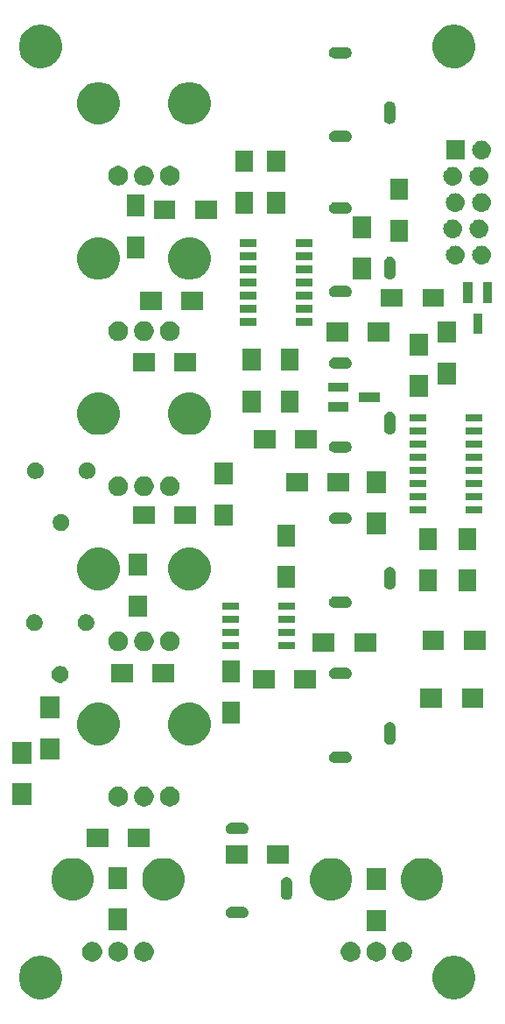
<source format=gts>
G04 #@! TF.GenerationSoftware,KiCad,Pcbnew,(5.1.0)-1*
G04 #@! TF.CreationDate,2019-05-27T16:53:05-04:00*
G04 #@! TF.ProjectId,VCA,5643412e-6b69-4636-9164-5f7063625858,rev?*
G04 #@! TF.SameCoordinates,Original*
G04 #@! TF.FileFunction,Soldermask,Top*
G04 #@! TF.FilePolarity,Negative*
%FSLAX46Y46*%
G04 Gerber Fmt 4.6, Leading zero omitted, Abs format (unit mm)*
G04 Created by KiCad (PCBNEW (5.1.0)-1) date 2019-05-27 16:53:05*
%MOMM*%
%LPD*%
G04 APERTURE LIST*
%ADD10C,0.100000*%
G04 APERTURE END LIST*
D10*
G36*
X85373404Y-122950466D02*
G01*
X85607589Y-122997048D01*
X85986671Y-123154069D01*
X86327835Y-123382028D01*
X86617972Y-123672165D01*
X86845931Y-124013329D01*
X87002952Y-124392411D01*
X87083000Y-124794842D01*
X87083000Y-125205158D01*
X87002952Y-125607589D01*
X86845931Y-125986671D01*
X86617972Y-126327835D01*
X86327835Y-126617972D01*
X85986671Y-126845931D01*
X85607589Y-127002952D01*
X85406373Y-127042976D01*
X85205159Y-127083000D01*
X84794841Y-127083000D01*
X84593627Y-127042976D01*
X84392411Y-127002952D01*
X84013329Y-126845931D01*
X83672165Y-126617972D01*
X83382028Y-126327835D01*
X83154069Y-125986671D01*
X82997048Y-125607589D01*
X82917000Y-125205158D01*
X82917000Y-124794842D01*
X82997048Y-124392411D01*
X83154069Y-124013329D01*
X83382028Y-123672165D01*
X83672165Y-123382028D01*
X84013329Y-123154069D01*
X84392411Y-122997048D01*
X84626596Y-122950466D01*
X84794841Y-122917000D01*
X85205159Y-122917000D01*
X85373404Y-122950466D01*
X85373404Y-122950466D01*
G37*
G36*
X45373404Y-122950466D02*
G01*
X45607589Y-122997048D01*
X45986671Y-123154069D01*
X46327835Y-123382028D01*
X46617972Y-123672165D01*
X46845931Y-124013329D01*
X47002952Y-124392411D01*
X47083000Y-124794842D01*
X47083000Y-125205158D01*
X47002952Y-125607589D01*
X46845931Y-125986671D01*
X46617972Y-126327835D01*
X46327835Y-126617972D01*
X45986671Y-126845931D01*
X45607589Y-127002952D01*
X45406373Y-127042976D01*
X45205159Y-127083000D01*
X44794841Y-127083000D01*
X44593627Y-127042976D01*
X44392411Y-127002952D01*
X44013329Y-126845931D01*
X43672165Y-126617972D01*
X43382028Y-126327835D01*
X43154069Y-125986671D01*
X42997048Y-125607589D01*
X42917000Y-125205158D01*
X42917000Y-124794842D01*
X42997048Y-124392411D01*
X43154069Y-124013329D01*
X43382028Y-123672165D01*
X43672165Y-123382028D01*
X44013329Y-123154069D01*
X44392411Y-122997048D01*
X44626596Y-122950466D01*
X44794841Y-122917000D01*
X45205159Y-122917000D01*
X45373404Y-122950466D01*
X45373404Y-122950466D01*
G37*
G36*
X75277395Y-121585546D02*
G01*
X75450466Y-121657234D01*
X75450467Y-121657235D01*
X75606227Y-121761310D01*
X75738690Y-121893773D01*
X75738691Y-121893775D01*
X75842766Y-122049534D01*
X75914454Y-122222605D01*
X75951000Y-122406333D01*
X75951000Y-122593667D01*
X75914454Y-122777395D01*
X75842766Y-122950466D01*
X75842765Y-122950467D01*
X75738690Y-123106227D01*
X75606227Y-123238690D01*
X75527818Y-123291081D01*
X75450466Y-123342766D01*
X75277395Y-123414454D01*
X75093667Y-123451000D01*
X74906333Y-123451000D01*
X74722605Y-123414454D01*
X74549534Y-123342766D01*
X74472182Y-123291081D01*
X74393773Y-123238690D01*
X74261310Y-123106227D01*
X74157235Y-122950467D01*
X74157234Y-122950466D01*
X74085546Y-122777395D01*
X74049000Y-122593667D01*
X74049000Y-122406333D01*
X74085546Y-122222605D01*
X74157234Y-122049534D01*
X74261309Y-121893775D01*
X74261310Y-121893773D01*
X74393773Y-121761310D01*
X74549533Y-121657235D01*
X74549534Y-121657234D01*
X74722605Y-121585546D01*
X74906333Y-121549000D01*
X75093667Y-121549000D01*
X75277395Y-121585546D01*
X75277395Y-121585546D01*
G37*
G36*
X52777395Y-121585546D02*
G01*
X52950466Y-121657234D01*
X52950467Y-121657235D01*
X53106227Y-121761310D01*
X53238690Y-121893773D01*
X53238691Y-121893775D01*
X53342766Y-122049534D01*
X53414454Y-122222605D01*
X53451000Y-122406333D01*
X53451000Y-122593667D01*
X53414454Y-122777395D01*
X53342766Y-122950466D01*
X53342765Y-122950467D01*
X53238690Y-123106227D01*
X53106227Y-123238690D01*
X53027818Y-123291081D01*
X52950466Y-123342766D01*
X52777395Y-123414454D01*
X52593667Y-123451000D01*
X52406333Y-123451000D01*
X52222605Y-123414454D01*
X52049534Y-123342766D01*
X51972182Y-123291081D01*
X51893773Y-123238690D01*
X51761310Y-123106227D01*
X51657235Y-122950467D01*
X51657234Y-122950466D01*
X51585546Y-122777395D01*
X51549000Y-122593667D01*
X51549000Y-122406333D01*
X51585546Y-122222605D01*
X51657234Y-122049534D01*
X51761309Y-121893775D01*
X51761310Y-121893773D01*
X51893773Y-121761310D01*
X52049533Y-121657235D01*
X52049534Y-121657234D01*
X52222605Y-121585546D01*
X52406333Y-121549000D01*
X52593667Y-121549000D01*
X52777395Y-121585546D01*
X52777395Y-121585546D01*
G37*
G36*
X55277395Y-121585546D02*
G01*
X55450466Y-121657234D01*
X55450467Y-121657235D01*
X55606227Y-121761310D01*
X55738690Y-121893773D01*
X55738691Y-121893775D01*
X55842766Y-122049534D01*
X55914454Y-122222605D01*
X55951000Y-122406333D01*
X55951000Y-122593667D01*
X55914454Y-122777395D01*
X55842766Y-122950466D01*
X55842765Y-122950467D01*
X55738690Y-123106227D01*
X55606227Y-123238690D01*
X55527818Y-123291081D01*
X55450466Y-123342766D01*
X55277395Y-123414454D01*
X55093667Y-123451000D01*
X54906333Y-123451000D01*
X54722605Y-123414454D01*
X54549534Y-123342766D01*
X54472182Y-123291081D01*
X54393773Y-123238690D01*
X54261310Y-123106227D01*
X54157235Y-122950467D01*
X54157234Y-122950466D01*
X54085546Y-122777395D01*
X54049000Y-122593667D01*
X54049000Y-122406333D01*
X54085546Y-122222605D01*
X54157234Y-122049534D01*
X54261309Y-121893775D01*
X54261310Y-121893773D01*
X54393773Y-121761310D01*
X54549533Y-121657235D01*
X54549534Y-121657234D01*
X54722605Y-121585546D01*
X54906333Y-121549000D01*
X55093667Y-121549000D01*
X55277395Y-121585546D01*
X55277395Y-121585546D01*
G37*
G36*
X50277395Y-121585546D02*
G01*
X50450466Y-121657234D01*
X50450467Y-121657235D01*
X50606227Y-121761310D01*
X50738690Y-121893773D01*
X50738691Y-121893775D01*
X50842766Y-122049534D01*
X50914454Y-122222605D01*
X50951000Y-122406333D01*
X50951000Y-122593667D01*
X50914454Y-122777395D01*
X50842766Y-122950466D01*
X50842765Y-122950467D01*
X50738690Y-123106227D01*
X50606227Y-123238690D01*
X50527818Y-123291081D01*
X50450466Y-123342766D01*
X50277395Y-123414454D01*
X50093667Y-123451000D01*
X49906333Y-123451000D01*
X49722605Y-123414454D01*
X49549534Y-123342766D01*
X49472182Y-123291081D01*
X49393773Y-123238690D01*
X49261310Y-123106227D01*
X49157235Y-122950467D01*
X49157234Y-122950466D01*
X49085546Y-122777395D01*
X49049000Y-122593667D01*
X49049000Y-122406333D01*
X49085546Y-122222605D01*
X49157234Y-122049534D01*
X49261309Y-121893775D01*
X49261310Y-121893773D01*
X49393773Y-121761310D01*
X49549533Y-121657235D01*
X49549534Y-121657234D01*
X49722605Y-121585546D01*
X49906333Y-121549000D01*
X50093667Y-121549000D01*
X50277395Y-121585546D01*
X50277395Y-121585546D01*
G37*
G36*
X77777395Y-121585546D02*
G01*
X77950466Y-121657234D01*
X77950467Y-121657235D01*
X78106227Y-121761310D01*
X78238690Y-121893773D01*
X78238691Y-121893775D01*
X78342766Y-122049534D01*
X78414454Y-122222605D01*
X78451000Y-122406333D01*
X78451000Y-122593667D01*
X78414454Y-122777395D01*
X78342766Y-122950466D01*
X78342765Y-122950467D01*
X78238690Y-123106227D01*
X78106227Y-123238690D01*
X78027818Y-123291081D01*
X77950466Y-123342766D01*
X77777395Y-123414454D01*
X77593667Y-123451000D01*
X77406333Y-123451000D01*
X77222605Y-123414454D01*
X77049534Y-123342766D01*
X76972182Y-123291081D01*
X76893773Y-123238690D01*
X76761310Y-123106227D01*
X76657235Y-122950467D01*
X76657234Y-122950466D01*
X76585546Y-122777395D01*
X76549000Y-122593667D01*
X76549000Y-122406333D01*
X76585546Y-122222605D01*
X76657234Y-122049534D01*
X76761309Y-121893775D01*
X76761310Y-121893773D01*
X76893773Y-121761310D01*
X77049533Y-121657235D01*
X77049534Y-121657234D01*
X77222605Y-121585546D01*
X77406333Y-121549000D01*
X77593667Y-121549000D01*
X77777395Y-121585546D01*
X77777395Y-121585546D01*
G37*
G36*
X80277395Y-121585546D02*
G01*
X80450466Y-121657234D01*
X80450467Y-121657235D01*
X80606227Y-121761310D01*
X80738690Y-121893773D01*
X80738691Y-121893775D01*
X80842766Y-122049534D01*
X80914454Y-122222605D01*
X80951000Y-122406333D01*
X80951000Y-122593667D01*
X80914454Y-122777395D01*
X80842766Y-122950466D01*
X80842765Y-122950467D01*
X80738690Y-123106227D01*
X80606227Y-123238690D01*
X80527818Y-123291081D01*
X80450466Y-123342766D01*
X80277395Y-123414454D01*
X80093667Y-123451000D01*
X79906333Y-123451000D01*
X79722605Y-123414454D01*
X79549534Y-123342766D01*
X79472182Y-123291081D01*
X79393773Y-123238690D01*
X79261310Y-123106227D01*
X79157235Y-122950467D01*
X79157234Y-122950466D01*
X79085546Y-122777395D01*
X79049000Y-122593667D01*
X79049000Y-122406333D01*
X79085546Y-122222605D01*
X79157234Y-122049534D01*
X79261309Y-121893775D01*
X79261310Y-121893773D01*
X79393773Y-121761310D01*
X79549533Y-121657235D01*
X79549534Y-121657234D01*
X79722605Y-121585546D01*
X79906333Y-121549000D01*
X80093667Y-121549000D01*
X80277395Y-121585546D01*
X80277395Y-121585546D01*
G37*
G36*
X78401000Y-120551000D02*
G01*
X76599000Y-120551000D01*
X76599000Y-118449000D01*
X78401000Y-118449000D01*
X78401000Y-120551000D01*
X78401000Y-120551000D01*
G37*
G36*
X53401000Y-120451000D02*
G01*
X51599000Y-120451000D01*
X51599000Y-118349000D01*
X53401000Y-118349000D01*
X53401000Y-120451000D01*
X53401000Y-120451000D01*
G37*
G36*
X64658015Y-118156973D02*
G01*
X64761879Y-118188479D01*
X64789055Y-118203005D01*
X64857600Y-118239643D01*
X64941501Y-118308499D01*
X65010357Y-118392400D01*
X65040610Y-118449000D01*
X65061521Y-118488121D01*
X65093027Y-118591985D01*
X65103666Y-118700000D01*
X65093027Y-118808015D01*
X65061521Y-118911879D01*
X65061519Y-118911882D01*
X65010357Y-119007600D01*
X64941501Y-119091501D01*
X64857600Y-119160357D01*
X64789055Y-119196995D01*
X64761879Y-119211521D01*
X64658015Y-119243027D01*
X64577067Y-119251000D01*
X63422933Y-119251000D01*
X63341985Y-119243027D01*
X63238121Y-119211521D01*
X63210945Y-119196995D01*
X63142400Y-119160357D01*
X63058499Y-119091501D01*
X62989643Y-119007600D01*
X62938481Y-118911882D01*
X62938479Y-118911879D01*
X62906973Y-118808015D01*
X62896334Y-118700000D01*
X62906973Y-118591985D01*
X62938479Y-118488121D01*
X62959390Y-118449000D01*
X62989643Y-118392400D01*
X63058499Y-118308499D01*
X63142400Y-118239643D01*
X63210945Y-118203005D01*
X63238121Y-118188479D01*
X63341985Y-118156973D01*
X63422933Y-118149000D01*
X64577067Y-118149000D01*
X64658015Y-118156973D01*
X64658015Y-118156973D01*
G37*
G36*
X48698254Y-113527818D02*
G01*
X49071511Y-113682426D01*
X49071513Y-113682427D01*
X49407436Y-113906884D01*
X49693116Y-114192564D01*
X49917574Y-114528489D01*
X50072182Y-114901746D01*
X50151000Y-115297993D01*
X50151000Y-115702007D01*
X50072182Y-116098254D01*
X49926070Y-116451000D01*
X49917573Y-116471513D01*
X49693116Y-116807436D01*
X49407436Y-117093116D01*
X49071513Y-117317573D01*
X49071512Y-117317574D01*
X49071511Y-117317574D01*
X48698254Y-117472182D01*
X48302007Y-117551000D01*
X47897993Y-117551000D01*
X47501746Y-117472182D01*
X47128489Y-117317574D01*
X47128488Y-117317574D01*
X47128487Y-117317573D01*
X46792564Y-117093116D01*
X46506884Y-116807436D01*
X46282427Y-116471513D01*
X46273930Y-116451000D01*
X46127818Y-116098254D01*
X46049000Y-115702007D01*
X46049000Y-115297993D01*
X46127818Y-114901746D01*
X46282426Y-114528489D01*
X46506884Y-114192564D01*
X46792564Y-113906884D01*
X47128487Y-113682427D01*
X47128489Y-113682426D01*
X47501746Y-113527818D01*
X47897993Y-113449000D01*
X48302007Y-113449000D01*
X48698254Y-113527818D01*
X48698254Y-113527818D01*
G37*
G36*
X57498254Y-113527818D02*
G01*
X57871511Y-113682426D01*
X57871513Y-113682427D01*
X58207436Y-113906884D01*
X58493116Y-114192564D01*
X58717574Y-114528489D01*
X58872182Y-114901746D01*
X58951000Y-115297993D01*
X58951000Y-115702007D01*
X58872182Y-116098254D01*
X58726070Y-116451000D01*
X58717573Y-116471513D01*
X58493116Y-116807436D01*
X58207436Y-117093116D01*
X57871513Y-117317573D01*
X57871512Y-117317574D01*
X57871511Y-117317574D01*
X57498254Y-117472182D01*
X57102007Y-117551000D01*
X56697993Y-117551000D01*
X56301746Y-117472182D01*
X55928489Y-117317574D01*
X55928488Y-117317574D01*
X55928487Y-117317573D01*
X55592564Y-117093116D01*
X55306884Y-116807436D01*
X55082427Y-116471513D01*
X55073930Y-116451000D01*
X54927818Y-116098254D01*
X54849000Y-115702007D01*
X54849000Y-115297993D01*
X54927818Y-114901746D01*
X55082426Y-114528489D01*
X55306884Y-114192564D01*
X55592564Y-113906884D01*
X55928487Y-113682427D01*
X55928489Y-113682426D01*
X56301746Y-113527818D01*
X56697993Y-113449000D01*
X57102007Y-113449000D01*
X57498254Y-113527818D01*
X57498254Y-113527818D01*
G37*
G36*
X73698254Y-113527818D02*
G01*
X74071511Y-113682426D01*
X74071513Y-113682427D01*
X74407436Y-113906884D01*
X74693116Y-114192564D01*
X74917574Y-114528489D01*
X75072182Y-114901746D01*
X75151000Y-115297993D01*
X75151000Y-115702007D01*
X75072182Y-116098254D01*
X74926070Y-116451000D01*
X74917573Y-116471513D01*
X74693116Y-116807436D01*
X74407436Y-117093116D01*
X74071513Y-117317573D01*
X74071512Y-117317574D01*
X74071511Y-117317574D01*
X73698254Y-117472182D01*
X73302007Y-117551000D01*
X72897993Y-117551000D01*
X72501746Y-117472182D01*
X72128489Y-117317574D01*
X72128488Y-117317574D01*
X72128487Y-117317573D01*
X71792564Y-117093116D01*
X71506884Y-116807436D01*
X71282427Y-116471513D01*
X71273930Y-116451000D01*
X71127818Y-116098254D01*
X71049000Y-115702007D01*
X71049000Y-115297993D01*
X71127818Y-114901746D01*
X71282426Y-114528489D01*
X71506884Y-114192564D01*
X71792564Y-113906884D01*
X72128487Y-113682427D01*
X72128489Y-113682426D01*
X72501746Y-113527818D01*
X72897993Y-113449000D01*
X73302007Y-113449000D01*
X73698254Y-113527818D01*
X73698254Y-113527818D01*
G37*
G36*
X82498254Y-113527818D02*
G01*
X82871511Y-113682426D01*
X82871513Y-113682427D01*
X83207436Y-113906884D01*
X83493116Y-114192564D01*
X83717574Y-114528489D01*
X83872182Y-114901746D01*
X83951000Y-115297993D01*
X83951000Y-115702007D01*
X83872182Y-116098254D01*
X83726070Y-116451000D01*
X83717573Y-116471513D01*
X83493116Y-116807436D01*
X83207436Y-117093116D01*
X82871513Y-117317573D01*
X82871512Y-117317574D01*
X82871511Y-117317574D01*
X82498254Y-117472182D01*
X82102007Y-117551000D01*
X81697993Y-117551000D01*
X81301746Y-117472182D01*
X80928489Y-117317574D01*
X80928488Y-117317574D01*
X80928487Y-117317573D01*
X80592564Y-117093116D01*
X80306884Y-116807436D01*
X80082427Y-116471513D01*
X80073930Y-116451000D01*
X79927818Y-116098254D01*
X79849000Y-115702007D01*
X79849000Y-115297993D01*
X79927818Y-114901746D01*
X80082426Y-114528489D01*
X80306884Y-114192564D01*
X80592564Y-113906884D01*
X80928487Y-113682427D01*
X80928489Y-113682426D01*
X81301746Y-113527818D01*
X81697993Y-113449000D01*
X82102007Y-113449000D01*
X82498254Y-113527818D01*
X82498254Y-113527818D01*
G37*
G36*
X68908014Y-115306973D02*
G01*
X69011878Y-115338479D01*
X69055907Y-115362013D01*
X69107599Y-115389643D01*
X69107601Y-115389644D01*
X69107600Y-115389644D01*
X69191501Y-115458499D01*
X69260356Y-115542400D01*
X69311521Y-115638121D01*
X69343027Y-115741985D01*
X69351000Y-115822933D01*
X69351000Y-116977067D01*
X69343027Y-117058015D01*
X69311521Y-117161879D01*
X69311519Y-117161882D01*
X69260357Y-117257600D01*
X69191501Y-117341501D01*
X69107600Y-117410357D01*
X69039055Y-117446995D01*
X69011879Y-117461521D01*
X68908015Y-117493027D01*
X68800000Y-117503666D01*
X68691986Y-117493027D01*
X68588122Y-117461521D01*
X68560946Y-117446995D01*
X68492401Y-117410357D01*
X68408500Y-117341501D01*
X68339644Y-117257600D01*
X68288482Y-117161882D01*
X68288480Y-117161879D01*
X68256974Y-117058015D01*
X68249001Y-116977067D01*
X68249000Y-115822934D01*
X68256973Y-115741986D01*
X68288479Y-115638122D01*
X68339644Y-115542400D01*
X68408499Y-115458499D01*
X68492400Y-115389644D01*
X68492399Y-115389644D01*
X68492401Y-115389643D01*
X68544093Y-115362013D01*
X68588121Y-115338479D01*
X68691985Y-115306973D01*
X68800000Y-115296334D01*
X68908014Y-115306973D01*
X68908014Y-115306973D01*
G37*
G36*
X78401000Y-116551000D02*
G01*
X76599000Y-116551000D01*
X76599000Y-114449000D01*
X78401000Y-114449000D01*
X78401000Y-116551000D01*
X78401000Y-116551000D01*
G37*
G36*
X53401000Y-116451000D02*
G01*
X51599000Y-116451000D01*
X51599000Y-114349000D01*
X53401000Y-114349000D01*
X53401000Y-116451000D01*
X53401000Y-116451000D01*
G37*
G36*
X69051000Y-114001000D02*
G01*
X66949000Y-114001000D01*
X66949000Y-112199000D01*
X69051000Y-112199000D01*
X69051000Y-114001000D01*
X69051000Y-114001000D01*
G37*
G36*
X65051000Y-114001000D02*
G01*
X62949000Y-114001000D01*
X62949000Y-112199000D01*
X65051000Y-112199000D01*
X65051000Y-114001000D01*
X65051000Y-114001000D01*
G37*
G36*
X55551000Y-112401000D02*
G01*
X53449000Y-112401000D01*
X53449000Y-110599000D01*
X55551000Y-110599000D01*
X55551000Y-112401000D01*
X55551000Y-112401000D01*
G37*
G36*
X51551000Y-112401000D02*
G01*
X49449000Y-112401000D01*
X49449000Y-110599000D01*
X51551000Y-110599000D01*
X51551000Y-112401000D01*
X51551000Y-112401000D01*
G37*
G36*
X64658015Y-110056973D02*
G01*
X64761879Y-110088479D01*
X64789055Y-110103005D01*
X64857600Y-110139643D01*
X64941501Y-110208499D01*
X65010357Y-110292400D01*
X65046995Y-110360945D01*
X65061521Y-110388121D01*
X65093027Y-110491985D01*
X65103666Y-110600000D01*
X65093027Y-110708015D01*
X65061521Y-110811879D01*
X65061519Y-110811882D01*
X65010357Y-110907600D01*
X64941501Y-110991501D01*
X64857600Y-111060357D01*
X64789055Y-111096995D01*
X64761879Y-111111521D01*
X64658015Y-111143027D01*
X64577067Y-111151000D01*
X63422933Y-111151000D01*
X63341985Y-111143027D01*
X63238121Y-111111521D01*
X63210945Y-111096995D01*
X63142400Y-111060357D01*
X63058499Y-110991501D01*
X62989643Y-110907600D01*
X62938481Y-110811882D01*
X62938479Y-110811879D01*
X62906973Y-110708015D01*
X62896334Y-110600000D01*
X62906973Y-110491985D01*
X62938479Y-110388121D01*
X62953005Y-110360945D01*
X62989643Y-110292400D01*
X63058499Y-110208499D01*
X63142400Y-110139643D01*
X63210945Y-110103005D01*
X63238121Y-110088479D01*
X63341985Y-110056973D01*
X63422933Y-110049000D01*
X64577067Y-110049000D01*
X64658015Y-110056973D01*
X64658015Y-110056973D01*
G37*
G36*
X52777395Y-106585546D02*
G01*
X52950466Y-106657234D01*
X52950467Y-106657235D01*
X53106227Y-106761310D01*
X53238690Y-106893773D01*
X53238691Y-106893775D01*
X53342766Y-107049534D01*
X53414454Y-107222605D01*
X53451000Y-107406333D01*
X53451000Y-107593667D01*
X53414454Y-107777395D01*
X53342766Y-107950466D01*
X53342765Y-107950467D01*
X53238690Y-108106227D01*
X53106227Y-108238690D01*
X53027818Y-108291081D01*
X52950466Y-108342766D01*
X52777395Y-108414454D01*
X52593667Y-108451000D01*
X52406333Y-108451000D01*
X52222605Y-108414454D01*
X52049534Y-108342766D01*
X51972182Y-108291081D01*
X51893773Y-108238690D01*
X51761310Y-108106227D01*
X51657235Y-107950467D01*
X51657234Y-107950466D01*
X51585546Y-107777395D01*
X51549000Y-107593667D01*
X51549000Y-107406333D01*
X51585546Y-107222605D01*
X51657234Y-107049534D01*
X51761309Y-106893775D01*
X51761310Y-106893773D01*
X51893773Y-106761310D01*
X52049533Y-106657235D01*
X52049534Y-106657234D01*
X52222605Y-106585546D01*
X52406333Y-106549000D01*
X52593667Y-106549000D01*
X52777395Y-106585546D01*
X52777395Y-106585546D01*
G37*
G36*
X55277395Y-106585546D02*
G01*
X55450466Y-106657234D01*
X55450467Y-106657235D01*
X55606227Y-106761310D01*
X55738690Y-106893773D01*
X55738691Y-106893775D01*
X55842766Y-107049534D01*
X55914454Y-107222605D01*
X55951000Y-107406333D01*
X55951000Y-107593667D01*
X55914454Y-107777395D01*
X55842766Y-107950466D01*
X55842765Y-107950467D01*
X55738690Y-108106227D01*
X55606227Y-108238690D01*
X55527818Y-108291081D01*
X55450466Y-108342766D01*
X55277395Y-108414454D01*
X55093667Y-108451000D01*
X54906333Y-108451000D01*
X54722605Y-108414454D01*
X54549534Y-108342766D01*
X54472182Y-108291081D01*
X54393773Y-108238690D01*
X54261310Y-108106227D01*
X54157235Y-107950467D01*
X54157234Y-107950466D01*
X54085546Y-107777395D01*
X54049000Y-107593667D01*
X54049000Y-107406333D01*
X54085546Y-107222605D01*
X54157234Y-107049534D01*
X54261309Y-106893775D01*
X54261310Y-106893773D01*
X54393773Y-106761310D01*
X54549533Y-106657235D01*
X54549534Y-106657234D01*
X54722605Y-106585546D01*
X54906333Y-106549000D01*
X55093667Y-106549000D01*
X55277395Y-106585546D01*
X55277395Y-106585546D01*
G37*
G36*
X57777395Y-106585546D02*
G01*
X57950466Y-106657234D01*
X57950467Y-106657235D01*
X58106227Y-106761310D01*
X58238690Y-106893773D01*
X58238691Y-106893775D01*
X58342766Y-107049534D01*
X58414454Y-107222605D01*
X58451000Y-107406333D01*
X58451000Y-107593667D01*
X58414454Y-107777395D01*
X58342766Y-107950466D01*
X58342765Y-107950467D01*
X58238690Y-108106227D01*
X58106227Y-108238690D01*
X58027818Y-108291081D01*
X57950466Y-108342766D01*
X57777395Y-108414454D01*
X57593667Y-108451000D01*
X57406333Y-108451000D01*
X57222605Y-108414454D01*
X57049534Y-108342766D01*
X56972182Y-108291081D01*
X56893773Y-108238690D01*
X56761310Y-108106227D01*
X56657235Y-107950467D01*
X56657234Y-107950466D01*
X56585546Y-107777395D01*
X56549000Y-107593667D01*
X56549000Y-107406333D01*
X56585546Y-107222605D01*
X56657234Y-107049534D01*
X56761309Y-106893775D01*
X56761310Y-106893773D01*
X56893773Y-106761310D01*
X57049533Y-106657235D01*
X57049534Y-106657234D01*
X57222605Y-106585546D01*
X57406333Y-106549000D01*
X57593667Y-106549000D01*
X57777395Y-106585546D01*
X57777395Y-106585546D01*
G37*
G36*
X44101000Y-108351000D02*
G01*
X42299000Y-108351000D01*
X42299000Y-106249000D01*
X44101000Y-106249000D01*
X44101000Y-108351000D01*
X44101000Y-108351000D01*
G37*
G36*
X44101000Y-104351000D02*
G01*
X42299000Y-104351000D01*
X42299000Y-102249000D01*
X44101000Y-102249000D01*
X44101000Y-104351000D01*
X44101000Y-104351000D01*
G37*
G36*
X74658015Y-103156973D02*
G01*
X74761879Y-103188479D01*
X74789055Y-103203005D01*
X74857600Y-103239643D01*
X74941501Y-103308499D01*
X75010357Y-103392400D01*
X75046995Y-103460945D01*
X75061521Y-103488121D01*
X75093027Y-103591985D01*
X75103666Y-103700000D01*
X75093027Y-103808015D01*
X75061521Y-103911879D01*
X75061519Y-103911882D01*
X75010357Y-104007600D01*
X74941501Y-104091501D01*
X74857600Y-104160357D01*
X74789055Y-104196995D01*
X74761879Y-104211521D01*
X74658015Y-104243027D01*
X74577067Y-104251000D01*
X73422933Y-104251000D01*
X73341985Y-104243027D01*
X73238121Y-104211521D01*
X73210945Y-104196995D01*
X73142400Y-104160357D01*
X73058499Y-104091501D01*
X72989643Y-104007600D01*
X72938481Y-103911882D01*
X72938479Y-103911879D01*
X72906973Y-103808015D01*
X72896334Y-103700000D01*
X72906973Y-103591985D01*
X72938479Y-103488121D01*
X72953005Y-103460945D01*
X72989643Y-103392400D01*
X73058499Y-103308499D01*
X73142400Y-103239643D01*
X73210945Y-103203005D01*
X73238121Y-103188479D01*
X73341985Y-103156973D01*
X73422933Y-103149000D01*
X74577067Y-103149000D01*
X74658015Y-103156973D01*
X74658015Y-103156973D01*
G37*
G36*
X46801000Y-103951000D02*
G01*
X44999000Y-103951000D01*
X44999000Y-101849000D01*
X46801000Y-101849000D01*
X46801000Y-103951000D01*
X46801000Y-103951000D01*
G37*
G36*
X59998254Y-98527818D02*
G01*
X60371511Y-98682426D01*
X60371513Y-98682427D01*
X60698630Y-98901000D01*
X60707436Y-98906884D01*
X60993116Y-99192564D01*
X61217574Y-99528489D01*
X61372182Y-99901746D01*
X61451000Y-100297993D01*
X61451000Y-100702007D01*
X61372182Y-101098254D01*
X61217574Y-101471511D01*
X61217573Y-101471513D01*
X60993116Y-101807436D01*
X60707436Y-102093116D01*
X60371513Y-102317573D01*
X60371512Y-102317574D01*
X60371511Y-102317574D01*
X59998254Y-102472182D01*
X59602007Y-102551000D01*
X59197993Y-102551000D01*
X58801746Y-102472182D01*
X58428489Y-102317574D01*
X58428488Y-102317574D01*
X58428487Y-102317573D01*
X58092564Y-102093116D01*
X57806884Y-101807436D01*
X57582427Y-101471513D01*
X57582426Y-101471511D01*
X57427818Y-101098254D01*
X57349000Y-100702007D01*
X57349000Y-100297993D01*
X57427818Y-99901746D01*
X57582426Y-99528489D01*
X57806884Y-99192564D01*
X58092564Y-98906884D01*
X58101370Y-98901000D01*
X58428487Y-98682427D01*
X58428489Y-98682426D01*
X58801746Y-98527818D01*
X59197993Y-98449000D01*
X59602007Y-98449000D01*
X59998254Y-98527818D01*
X59998254Y-98527818D01*
G37*
G36*
X51198254Y-98527818D02*
G01*
X51571511Y-98682426D01*
X51571513Y-98682427D01*
X51898630Y-98901000D01*
X51907436Y-98906884D01*
X52193116Y-99192564D01*
X52417574Y-99528489D01*
X52572182Y-99901746D01*
X52651000Y-100297993D01*
X52651000Y-100702007D01*
X52572182Y-101098254D01*
X52417574Y-101471511D01*
X52417573Y-101471513D01*
X52193116Y-101807436D01*
X51907436Y-102093116D01*
X51571513Y-102317573D01*
X51571512Y-102317574D01*
X51571511Y-102317574D01*
X51198254Y-102472182D01*
X50802007Y-102551000D01*
X50397993Y-102551000D01*
X50001746Y-102472182D01*
X49628489Y-102317574D01*
X49628488Y-102317574D01*
X49628487Y-102317573D01*
X49292564Y-102093116D01*
X49006884Y-101807436D01*
X48782427Y-101471513D01*
X48782426Y-101471511D01*
X48627818Y-101098254D01*
X48549000Y-100702007D01*
X48549000Y-100297993D01*
X48627818Y-99901746D01*
X48782426Y-99528489D01*
X49006884Y-99192564D01*
X49292564Y-98906884D01*
X49301370Y-98901000D01*
X49628487Y-98682427D01*
X49628489Y-98682426D01*
X50001746Y-98527818D01*
X50397993Y-98449000D01*
X50802007Y-98449000D01*
X51198254Y-98527818D01*
X51198254Y-98527818D01*
G37*
G36*
X78908014Y-100306973D02*
G01*
X79011878Y-100338479D01*
X79055907Y-100362013D01*
X79107599Y-100389643D01*
X79107601Y-100389644D01*
X79107600Y-100389644D01*
X79191501Y-100458499D01*
X79260356Y-100542400D01*
X79311521Y-100638121D01*
X79343027Y-100741985D01*
X79351000Y-100822933D01*
X79351000Y-101977067D01*
X79343027Y-102058015D01*
X79311521Y-102161879D01*
X79311519Y-102161882D01*
X79260357Y-102257600D01*
X79191501Y-102341501D01*
X79107600Y-102410357D01*
X79039055Y-102446995D01*
X79011879Y-102461521D01*
X78908015Y-102493027D01*
X78800000Y-102503666D01*
X78691986Y-102493027D01*
X78588122Y-102461521D01*
X78560946Y-102446995D01*
X78492401Y-102410357D01*
X78408500Y-102341501D01*
X78339644Y-102257600D01*
X78288482Y-102161882D01*
X78288480Y-102161879D01*
X78256974Y-102058015D01*
X78249001Y-101977067D01*
X78249000Y-100822934D01*
X78256973Y-100741986D01*
X78288479Y-100638122D01*
X78339644Y-100542400D01*
X78408499Y-100458499D01*
X78492400Y-100389644D01*
X78492399Y-100389644D01*
X78492401Y-100389643D01*
X78544093Y-100362013D01*
X78588121Y-100338479D01*
X78691985Y-100306973D01*
X78800000Y-100296334D01*
X78908014Y-100306973D01*
X78908014Y-100306973D01*
G37*
G36*
X64251000Y-100451000D02*
G01*
X62549000Y-100451000D01*
X62549000Y-98349000D01*
X64251000Y-98349000D01*
X64251000Y-100451000D01*
X64251000Y-100451000D01*
G37*
G36*
X46801000Y-99951000D02*
G01*
X44999000Y-99951000D01*
X44999000Y-97849000D01*
X46801000Y-97849000D01*
X46801000Y-99951000D01*
X46801000Y-99951000D01*
G37*
G36*
X83851000Y-98901000D02*
G01*
X81749000Y-98901000D01*
X81749000Y-97099000D01*
X83851000Y-97099000D01*
X83851000Y-98901000D01*
X83851000Y-98901000D01*
G37*
G36*
X87851000Y-98901000D02*
G01*
X85749000Y-98901000D01*
X85749000Y-97099000D01*
X87851000Y-97099000D01*
X87851000Y-98901000D01*
X87851000Y-98901000D01*
G37*
G36*
X71651000Y-97101000D02*
G01*
X69549000Y-97101000D01*
X69549000Y-95299000D01*
X71651000Y-95299000D01*
X71651000Y-97101000D01*
X71651000Y-97101000D01*
G37*
G36*
X67651000Y-97101000D02*
G01*
X65549000Y-97101000D01*
X65549000Y-95299000D01*
X67651000Y-95299000D01*
X67651000Y-97101000D01*
X67651000Y-97101000D01*
G37*
G36*
X47137142Y-94918242D02*
G01*
X47285101Y-94979529D01*
X47418255Y-95068499D01*
X47531501Y-95181745D01*
X47620471Y-95314899D01*
X47681758Y-95462858D01*
X47713000Y-95619925D01*
X47713000Y-95780075D01*
X47681758Y-95937142D01*
X47620471Y-96085101D01*
X47531501Y-96218255D01*
X47418255Y-96331501D01*
X47285101Y-96420471D01*
X47137142Y-96481758D01*
X46980075Y-96513000D01*
X46819925Y-96513000D01*
X46662858Y-96481758D01*
X46514899Y-96420471D01*
X46381745Y-96331501D01*
X46268499Y-96218255D01*
X46179529Y-96085101D01*
X46118242Y-95937142D01*
X46087000Y-95780075D01*
X46087000Y-95619925D01*
X46118242Y-95462858D01*
X46179529Y-95314899D01*
X46268499Y-95181745D01*
X46381745Y-95068499D01*
X46514899Y-94979529D01*
X46662858Y-94918242D01*
X46819925Y-94887000D01*
X46980075Y-94887000D01*
X47137142Y-94918242D01*
X47137142Y-94918242D01*
G37*
G36*
X53951000Y-96501000D02*
G01*
X51849000Y-96501000D01*
X51849000Y-94699000D01*
X53951000Y-94699000D01*
X53951000Y-96501000D01*
X53951000Y-96501000D01*
G37*
G36*
X57951000Y-96501000D02*
G01*
X55849000Y-96501000D01*
X55849000Y-94699000D01*
X57951000Y-94699000D01*
X57951000Y-96501000D01*
X57951000Y-96501000D01*
G37*
G36*
X64251000Y-96451000D02*
G01*
X62549000Y-96451000D01*
X62549000Y-94349000D01*
X64251000Y-94349000D01*
X64251000Y-96451000D01*
X64251000Y-96451000D01*
G37*
G36*
X74658015Y-95056973D02*
G01*
X74761879Y-95088479D01*
X74789055Y-95103005D01*
X74857600Y-95139643D01*
X74941501Y-95208499D01*
X75010357Y-95292400D01*
X75022383Y-95314900D01*
X75061521Y-95388121D01*
X75093027Y-95491985D01*
X75103666Y-95600000D01*
X75093027Y-95708015D01*
X75061521Y-95811879D01*
X75061519Y-95811882D01*
X75010357Y-95907600D01*
X74941501Y-95991501D01*
X74857600Y-96060357D01*
X74789055Y-96096995D01*
X74761879Y-96111521D01*
X74658015Y-96143027D01*
X74577067Y-96151000D01*
X73422933Y-96151000D01*
X73341985Y-96143027D01*
X73238121Y-96111521D01*
X73210945Y-96096995D01*
X73142400Y-96060357D01*
X73058499Y-95991501D01*
X72989643Y-95907600D01*
X72938481Y-95811882D01*
X72938479Y-95811879D01*
X72906973Y-95708015D01*
X72896334Y-95600000D01*
X72906973Y-95491985D01*
X72938479Y-95388121D01*
X72977617Y-95314900D01*
X72989643Y-95292400D01*
X73058499Y-95208499D01*
X73142400Y-95139643D01*
X73210945Y-95103005D01*
X73238121Y-95088479D01*
X73341985Y-95056973D01*
X73422933Y-95049000D01*
X74577067Y-95049000D01*
X74658015Y-95056973D01*
X74658015Y-95056973D01*
G37*
G36*
X73451000Y-93501000D02*
G01*
X71349000Y-93501000D01*
X71349000Y-91699000D01*
X73451000Y-91699000D01*
X73451000Y-93501000D01*
X73451000Y-93501000D01*
G37*
G36*
X77451000Y-93501000D02*
G01*
X75349000Y-93501000D01*
X75349000Y-91699000D01*
X77451000Y-91699000D01*
X77451000Y-93501000D01*
X77451000Y-93501000D01*
G37*
G36*
X52777395Y-91585546D02*
G01*
X52950466Y-91657234D01*
X52950467Y-91657235D01*
X53106227Y-91761310D01*
X53238690Y-91893773D01*
X53238691Y-91893775D01*
X53342766Y-92049534D01*
X53414454Y-92222605D01*
X53451000Y-92406333D01*
X53451000Y-92593667D01*
X53414454Y-92777395D01*
X53342766Y-92950466D01*
X53342765Y-92950467D01*
X53238690Y-93106227D01*
X53106227Y-93238690D01*
X53027818Y-93291081D01*
X52950466Y-93342766D01*
X52777395Y-93414454D01*
X52593667Y-93451000D01*
X52406333Y-93451000D01*
X52222605Y-93414454D01*
X52049534Y-93342766D01*
X51972182Y-93291081D01*
X51893773Y-93238690D01*
X51761310Y-93106227D01*
X51657235Y-92950467D01*
X51657234Y-92950466D01*
X51585546Y-92777395D01*
X51549000Y-92593667D01*
X51549000Y-92406333D01*
X51585546Y-92222605D01*
X51657234Y-92049534D01*
X51761309Y-91893775D01*
X51761310Y-91893773D01*
X51893773Y-91761310D01*
X52049533Y-91657235D01*
X52049534Y-91657234D01*
X52222605Y-91585546D01*
X52406333Y-91549000D01*
X52593667Y-91549000D01*
X52777395Y-91585546D01*
X52777395Y-91585546D01*
G37*
G36*
X55277395Y-91585546D02*
G01*
X55450466Y-91657234D01*
X55450467Y-91657235D01*
X55606227Y-91761310D01*
X55738690Y-91893773D01*
X55738691Y-91893775D01*
X55842766Y-92049534D01*
X55914454Y-92222605D01*
X55951000Y-92406333D01*
X55951000Y-92593667D01*
X55914454Y-92777395D01*
X55842766Y-92950466D01*
X55842765Y-92950467D01*
X55738690Y-93106227D01*
X55606227Y-93238690D01*
X55527818Y-93291081D01*
X55450466Y-93342766D01*
X55277395Y-93414454D01*
X55093667Y-93451000D01*
X54906333Y-93451000D01*
X54722605Y-93414454D01*
X54549534Y-93342766D01*
X54472182Y-93291081D01*
X54393773Y-93238690D01*
X54261310Y-93106227D01*
X54157235Y-92950467D01*
X54157234Y-92950466D01*
X54085546Y-92777395D01*
X54049000Y-92593667D01*
X54049000Y-92406333D01*
X54085546Y-92222605D01*
X54157234Y-92049534D01*
X54261309Y-91893775D01*
X54261310Y-91893773D01*
X54393773Y-91761310D01*
X54549533Y-91657235D01*
X54549534Y-91657234D01*
X54722605Y-91585546D01*
X54906333Y-91549000D01*
X55093667Y-91549000D01*
X55277395Y-91585546D01*
X55277395Y-91585546D01*
G37*
G36*
X57777395Y-91585546D02*
G01*
X57950466Y-91657234D01*
X57950467Y-91657235D01*
X58106227Y-91761310D01*
X58238690Y-91893773D01*
X58238691Y-91893775D01*
X58342766Y-92049534D01*
X58414454Y-92222605D01*
X58451000Y-92406333D01*
X58451000Y-92593667D01*
X58414454Y-92777395D01*
X58342766Y-92950466D01*
X58342765Y-92950467D01*
X58238690Y-93106227D01*
X58106227Y-93238690D01*
X58027818Y-93291081D01*
X57950466Y-93342766D01*
X57777395Y-93414454D01*
X57593667Y-93451000D01*
X57406333Y-93451000D01*
X57222605Y-93414454D01*
X57049534Y-93342766D01*
X56972182Y-93291081D01*
X56893773Y-93238690D01*
X56761310Y-93106227D01*
X56657235Y-92950467D01*
X56657234Y-92950466D01*
X56585546Y-92777395D01*
X56549000Y-92593667D01*
X56549000Y-92406333D01*
X56585546Y-92222605D01*
X56657234Y-92049534D01*
X56761309Y-91893775D01*
X56761310Y-91893773D01*
X56893773Y-91761310D01*
X57049533Y-91657235D01*
X57049534Y-91657234D01*
X57222605Y-91585546D01*
X57406333Y-91549000D01*
X57593667Y-91549000D01*
X57777395Y-91585546D01*
X57777395Y-91585546D01*
G37*
G36*
X88051000Y-93301000D02*
G01*
X85949000Y-93301000D01*
X85949000Y-91499000D01*
X88051000Y-91499000D01*
X88051000Y-93301000D01*
X88051000Y-93301000D01*
G37*
G36*
X84051000Y-93301000D02*
G01*
X81949000Y-93301000D01*
X81949000Y-91499000D01*
X84051000Y-91499000D01*
X84051000Y-93301000D01*
X84051000Y-93301000D01*
G37*
G36*
X64226000Y-93261000D02*
G01*
X62574000Y-93261000D01*
X62574000Y-92559000D01*
X64226000Y-92559000D01*
X64226000Y-93261000D01*
X64226000Y-93261000D01*
G37*
G36*
X69626000Y-93261000D02*
G01*
X67974000Y-93261000D01*
X67974000Y-92559000D01*
X69626000Y-92559000D01*
X69626000Y-93261000D01*
X69626000Y-93261000D01*
G37*
G36*
X64226000Y-91991000D02*
G01*
X62574000Y-91991000D01*
X62574000Y-91289000D01*
X64226000Y-91289000D01*
X64226000Y-91991000D01*
X64226000Y-91991000D01*
G37*
G36*
X69626000Y-91991000D02*
G01*
X67974000Y-91991000D01*
X67974000Y-91289000D01*
X69626000Y-91289000D01*
X69626000Y-91991000D01*
X69626000Y-91991000D01*
G37*
G36*
X44637142Y-89918242D02*
G01*
X44785101Y-89979529D01*
X44918255Y-90068499D01*
X45031501Y-90181745D01*
X45120471Y-90314899D01*
X45181758Y-90462858D01*
X45213000Y-90619925D01*
X45213000Y-90780075D01*
X45181758Y-90937142D01*
X45120471Y-91085101D01*
X45031501Y-91218255D01*
X44918255Y-91331501D01*
X44785101Y-91420471D01*
X44637142Y-91481758D01*
X44480075Y-91513000D01*
X44319925Y-91513000D01*
X44162858Y-91481758D01*
X44014899Y-91420471D01*
X43881745Y-91331501D01*
X43768499Y-91218255D01*
X43679529Y-91085101D01*
X43618242Y-90937142D01*
X43587000Y-90780075D01*
X43587000Y-90619925D01*
X43618242Y-90462858D01*
X43679529Y-90314899D01*
X43768499Y-90181745D01*
X43881745Y-90068499D01*
X44014899Y-89979529D01*
X44162858Y-89918242D01*
X44319925Y-89887000D01*
X44480075Y-89887000D01*
X44637142Y-89918242D01*
X44637142Y-89918242D01*
G37*
G36*
X49637142Y-89918242D02*
G01*
X49785101Y-89979529D01*
X49918255Y-90068499D01*
X50031501Y-90181745D01*
X50120471Y-90314899D01*
X50181758Y-90462858D01*
X50213000Y-90619925D01*
X50213000Y-90780075D01*
X50181758Y-90937142D01*
X50120471Y-91085101D01*
X50031501Y-91218255D01*
X49918255Y-91331501D01*
X49785101Y-91420471D01*
X49637142Y-91481758D01*
X49480075Y-91513000D01*
X49319925Y-91513000D01*
X49162858Y-91481758D01*
X49014899Y-91420471D01*
X48881745Y-91331501D01*
X48768499Y-91218255D01*
X48679529Y-91085101D01*
X48618242Y-90937142D01*
X48587000Y-90780075D01*
X48587000Y-90619925D01*
X48618242Y-90462858D01*
X48679529Y-90314899D01*
X48768499Y-90181745D01*
X48881745Y-90068499D01*
X49014899Y-89979529D01*
X49162858Y-89918242D01*
X49319925Y-89887000D01*
X49480075Y-89887000D01*
X49637142Y-89918242D01*
X49637142Y-89918242D01*
G37*
G36*
X69626000Y-90721000D02*
G01*
X67974000Y-90721000D01*
X67974000Y-90019000D01*
X69626000Y-90019000D01*
X69626000Y-90721000D01*
X69626000Y-90721000D01*
G37*
G36*
X64226000Y-90721000D02*
G01*
X62574000Y-90721000D01*
X62574000Y-90019000D01*
X64226000Y-90019000D01*
X64226000Y-90721000D01*
X64226000Y-90721000D01*
G37*
G36*
X55301000Y-90151000D02*
G01*
X53499000Y-90151000D01*
X53499000Y-88049000D01*
X55301000Y-88049000D01*
X55301000Y-90151000D01*
X55301000Y-90151000D01*
G37*
G36*
X64226000Y-89451000D02*
G01*
X62574000Y-89451000D01*
X62574000Y-88749000D01*
X64226000Y-88749000D01*
X64226000Y-89451000D01*
X64226000Y-89451000D01*
G37*
G36*
X69626000Y-89451000D02*
G01*
X67974000Y-89451000D01*
X67974000Y-88749000D01*
X69626000Y-88749000D01*
X69626000Y-89451000D01*
X69626000Y-89451000D01*
G37*
G36*
X74658015Y-88156973D02*
G01*
X74761879Y-88188479D01*
X74789055Y-88203005D01*
X74857600Y-88239643D01*
X74941501Y-88308499D01*
X75010357Y-88392400D01*
X75046995Y-88460945D01*
X75061521Y-88488121D01*
X75093027Y-88591985D01*
X75103666Y-88700000D01*
X75093027Y-88808015D01*
X75061521Y-88911879D01*
X75061519Y-88911882D01*
X75010357Y-89007600D01*
X74941501Y-89091501D01*
X74857600Y-89160357D01*
X74789055Y-89196995D01*
X74761879Y-89211521D01*
X74658015Y-89243027D01*
X74577067Y-89251000D01*
X73422933Y-89251000D01*
X73341985Y-89243027D01*
X73238121Y-89211521D01*
X73210945Y-89196995D01*
X73142400Y-89160357D01*
X73058499Y-89091501D01*
X72989643Y-89007600D01*
X72938481Y-88911882D01*
X72938479Y-88911879D01*
X72906973Y-88808015D01*
X72896334Y-88700000D01*
X72906973Y-88591985D01*
X72938479Y-88488121D01*
X72953005Y-88460945D01*
X72989643Y-88392400D01*
X73058499Y-88308499D01*
X73142400Y-88239643D01*
X73210945Y-88203005D01*
X73238121Y-88188479D01*
X73341985Y-88156973D01*
X73422933Y-88149000D01*
X74577067Y-88149000D01*
X74658015Y-88156973D01*
X74658015Y-88156973D01*
G37*
G36*
X83351000Y-87651000D02*
G01*
X81649000Y-87651000D01*
X81649000Y-85549000D01*
X83351000Y-85549000D01*
X83351000Y-87651000D01*
X83351000Y-87651000D01*
G37*
G36*
X87151000Y-87651000D02*
G01*
X85449000Y-87651000D01*
X85449000Y-85549000D01*
X87151000Y-85549000D01*
X87151000Y-87651000D01*
X87151000Y-87651000D01*
G37*
G36*
X51198254Y-83527818D02*
G01*
X51571511Y-83682426D01*
X51571513Y-83682427D01*
X51907436Y-83906884D01*
X52193116Y-84192564D01*
X52417574Y-84528489D01*
X52572182Y-84901746D01*
X52651000Y-85297993D01*
X52651000Y-85702007D01*
X52572182Y-86098254D01*
X52417574Y-86471511D01*
X52417573Y-86471513D01*
X52193116Y-86807436D01*
X51907436Y-87093116D01*
X51571513Y-87317573D01*
X51571512Y-87317574D01*
X51571511Y-87317574D01*
X51198254Y-87472182D01*
X50802007Y-87551000D01*
X50397993Y-87551000D01*
X50001746Y-87472182D01*
X49628489Y-87317574D01*
X49628488Y-87317574D01*
X49628487Y-87317573D01*
X49292564Y-87093116D01*
X49006884Y-86807436D01*
X48782427Y-86471513D01*
X48782426Y-86471511D01*
X48627818Y-86098254D01*
X48549000Y-85702007D01*
X48549000Y-85297993D01*
X48627818Y-84901746D01*
X48782426Y-84528489D01*
X49006884Y-84192564D01*
X49292564Y-83906884D01*
X49628487Y-83682427D01*
X49628489Y-83682426D01*
X50001746Y-83527818D01*
X50397993Y-83449000D01*
X50802007Y-83449000D01*
X51198254Y-83527818D01*
X51198254Y-83527818D01*
G37*
G36*
X59998254Y-83527818D02*
G01*
X60371511Y-83682426D01*
X60371513Y-83682427D01*
X60707436Y-83906884D01*
X60993116Y-84192564D01*
X61217574Y-84528489D01*
X61372182Y-84901746D01*
X61451000Y-85297993D01*
X61451000Y-85702007D01*
X61372182Y-86098254D01*
X61217574Y-86471511D01*
X61217573Y-86471513D01*
X60993116Y-86807436D01*
X60707436Y-87093116D01*
X60371513Y-87317573D01*
X60371512Y-87317574D01*
X60371511Y-87317574D01*
X59998254Y-87472182D01*
X59602007Y-87551000D01*
X59197993Y-87551000D01*
X58801746Y-87472182D01*
X58428489Y-87317574D01*
X58428488Y-87317574D01*
X58428487Y-87317573D01*
X58092564Y-87093116D01*
X57806884Y-86807436D01*
X57582427Y-86471513D01*
X57582426Y-86471511D01*
X57427818Y-86098254D01*
X57349000Y-85702007D01*
X57349000Y-85297993D01*
X57427818Y-84901746D01*
X57582426Y-84528489D01*
X57806884Y-84192564D01*
X58092564Y-83906884D01*
X58428487Y-83682427D01*
X58428489Y-83682426D01*
X58801746Y-83527818D01*
X59197993Y-83449000D01*
X59602007Y-83449000D01*
X59998254Y-83527818D01*
X59998254Y-83527818D01*
G37*
G36*
X78908014Y-85306973D02*
G01*
X79011878Y-85338479D01*
X79055907Y-85362013D01*
X79107599Y-85389643D01*
X79107601Y-85389644D01*
X79107600Y-85389644D01*
X79191501Y-85458499D01*
X79260356Y-85542400D01*
X79311521Y-85638121D01*
X79343027Y-85741985D01*
X79351000Y-85822933D01*
X79351000Y-86977067D01*
X79343027Y-87058015D01*
X79311521Y-87161879D01*
X79311519Y-87161882D01*
X79260357Y-87257600D01*
X79191501Y-87341501D01*
X79107600Y-87410357D01*
X79039055Y-87446995D01*
X79011879Y-87461521D01*
X78908015Y-87493027D01*
X78800000Y-87503666D01*
X78691986Y-87493027D01*
X78588122Y-87461521D01*
X78560946Y-87446995D01*
X78492401Y-87410357D01*
X78408500Y-87341501D01*
X78339644Y-87257600D01*
X78288482Y-87161882D01*
X78288480Y-87161879D01*
X78256974Y-87058015D01*
X78249001Y-86977067D01*
X78249000Y-85822934D01*
X78256973Y-85741986D01*
X78288479Y-85638122D01*
X78339644Y-85542400D01*
X78408499Y-85458499D01*
X78492400Y-85389644D01*
X78492399Y-85389644D01*
X78492401Y-85389643D01*
X78544093Y-85362013D01*
X78588121Y-85338479D01*
X78691985Y-85306973D01*
X78800000Y-85296334D01*
X78908014Y-85306973D01*
X78908014Y-85306973D01*
G37*
G36*
X69651000Y-87351000D02*
G01*
X67949000Y-87351000D01*
X67949000Y-85249000D01*
X69651000Y-85249000D01*
X69651000Y-87351000D01*
X69651000Y-87351000D01*
G37*
G36*
X55301000Y-86151000D02*
G01*
X53499000Y-86151000D01*
X53499000Y-84049000D01*
X55301000Y-84049000D01*
X55301000Y-86151000D01*
X55301000Y-86151000D01*
G37*
G36*
X87151000Y-83651000D02*
G01*
X85449000Y-83651000D01*
X85449000Y-81549000D01*
X87151000Y-81549000D01*
X87151000Y-83651000D01*
X87151000Y-83651000D01*
G37*
G36*
X83351000Y-83651000D02*
G01*
X81649000Y-83651000D01*
X81649000Y-81549000D01*
X83351000Y-81549000D01*
X83351000Y-83651000D01*
X83351000Y-83651000D01*
G37*
G36*
X69651000Y-83351000D02*
G01*
X67949000Y-83351000D01*
X67949000Y-81249000D01*
X69651000Y-81249000D01*
X69651000Y-83351000D01*
X69651000Y-83351000D01*
G37*
G36*
X78401000Y-82151000D02*
G01*
X76599000Y-82151000D01*
X76599000Y-80049000D01*
X78401000Y-80049000D01*
X78401000Y-82151000D01*
X78401000Y-82151000D01*
G37*
G36*
X47237142Y-80218242D02*
G01*
X47385101Y-80279529D01*
X47518255Y-80368499D01*
X47631501Y-80481745D01*
X47720471Y-80614899D01*
X47781758Y-80762858D01*
X47813000Y-80919925D01*
X47813000Y-81080075D01*
X47781758Y-81237142D01*
X47720471Y-81385101D01*
X47631501Y-81518255D01*
X47518255Y-81631501D01*
X47385101Y-81720471D01*
X47237142Y-81781758D01*
X47080075Y-81813000D01*
X46919925Y-81813000D01*
X46762858Y-81781758D01*
X46614899Y-81720471D01*
X46481745Y-81631501D01*
X46368499Y-81518255D01*
X46279529Y-81385101D01*
X46218242Y-81237142D01*
X46187000Y-81080075D01*
X46187000Y-80919925D01*
X46218242Y-80762858D01*
X46279529Y-80614899D01*
X46368499Y-80481745D01*
X46481745Y-80368499D01*
X46614899Y-80279529D01*
X46762858Y-80218242D01*
X46919925Y-80187000D01*
X47080075Y-80187000D01*
X47237142Y-80218242D01*
X47237142Y-80218242D01*
G37*
G36*
X63601000Y-81351000D02*
G01*
X61799000Y-81351000D01*
X61799000Y-79249000D01*
X63601000Y-79249000D01*
X63601000Y-81351000D01*
X63601000Y-81351000D01*
G37*
G36*
X74658015Y-80056973D02*
G01*
X74761879Y-80088479D01*
X74789055Y-80103005D01*
X74857600Y-80139643D01*
X74941501Y-80208499D01*
X75010357Y-80292400D01*
X75046995Y-80360945D01*
X75061521Y-80388121D01*
X75093027Y-80491985D01*
X75103666Y-80600000D01*
X75093027Y-80708015D01*
X75061521Y-80811879D01*
X75061519Y-80811882D01*
X75010357Y-80907600D01*
X74941501Y-80991501D01*
X74857600Y-81060357D01*
X74789055Y-81096995D01*
X74761879Y-81111521D01*
X74658015Y-81143027D01*
X74577067Y-81151000D01*
X73422933Y-81151000D01*
X73341985Y-81143027D01*
X73238121Y-81111521D01*
X73210945Y-81096995D01*
X73142400Y-81060357D01*
X73058499Y-80991501D01*
X72989643Y-80907600D01*
X72938481Y-80811882D01*
X72938479Y-80811879D01*
X72906973Y-80708015D01*
X72896334Y-80600000D01*
X72906973Y-80491985D01*
X72938479Y-80388121D01*
X72953005Y-80360945D01*
X72989643Y-80292400D01*
X73058499Y-80208499D01*
X73142400Y-80139643D01*
X73210945Y-80103005D01*
X73238121Y-80088479D01*
X73341985Y-80056973D01*
X73422933Y-80049000D01*
X74577067Y-80049000D01*
X74658015Y-80056973D01*
X74658015Y-80056973D01*
G37*
G36*
X56051000Y-81151000D02*
G01*
X53949000Y-81151000D01*
X53949000Y-79449000D01*
X56051000Y-79449000D01*
X56051000Y-81151000D01*
X56051000Y-81151000D01*
G37*
G36*
X60051000Y-81151000D02*
G01*
X57949000Y-81151000D01*
X57949000Y-79449000D01*
X60051000Y-79449000D01*
X60051000Y-81151000D01*
X60051000Y-81151000D01*
G37*
G36*
X87701000Y-80141000D02*
G01*
X86099000Y-80141000D01*
X86099000Y-79439000D01*
X87701000Y-79439000D01*
X87701000Y-80141000D01*
X87701000Y-80141000D01*
G37*
G36*
X82301000Y-80141000D02*
G01*
X80699000Y-80141000D01*
X80699000Y-79439000D01*
X82301000Y-79439000D01*
X82301000Y-80141000D01*
X82301000Y-80141000D01*
G37*
G36*
X87701000Y-78871000D02*
G01*
X86099000Y-78871000D01*
X86099000Y-78169000D01*
X87701000Y-78169000D01*
X87701000Y-78871000D01*
X87701000Y-78871000D01*
G37*
G36*
X82301000Y-78871000D02*
G01*
X80699000Y-78871000D01*
X80699000Y-78169000D01*
X82301000Y-78169000D01*
X82301000Y-78871000D01*
X82301000Y-78871000D01*
G37*
G36*
X57777395Y-76585546D02*
G01*
X57950466Y-76657234D01*
X57950467Y-76657235D01*
X58106227Y-76761310D01*
X58238690Y-76893773D01*
X58291081Y-76972182D01*
X58342766Y-77049534D01*
X58414454Y-77222605D01*
X58451000Y-77406333D01*
X58451000Y-77593667D01*
X58414454Y-77777395D01*
X58342766Y-77950466D01*
X58342765Y-77950467D01*
X58238690Y-78106227D01*
X58106227Y-78238690D01*
X58027818Y-78291081D01*
X57950466Y-78342766D01*
X57777395Y-78414454D01*
X57593667Y-78451000D01*
X57406333Y-78451000D01*
X57222605Y-78414454D01*
X57049534Y-78342766D01*
X56972182Y-78291081D01*
X56893773Y-78238690D01*
X56761310Y-78106227D01*
X56657235Y-77950467D01*
X56657234Y-77950466D01*
X56585546Y-77777395D01*
X56549000Y-77593667D01*
X56549000Y-77406333D01*
X56585546Y-77222605D01*
X56657234Y-77049534D01*
X56708919Y-76972182D01*
X56761310Y-76893773D01*
X56893773Y-76761310D01*
X57049533Y-76657235D01*
X57049534Y-76657234D01*
X57222605Y-76585546D01*
X57406333Y-76549000D01*
X57593667Y-76549000D01*
X57777395Y-76585546D01*
X57777395Y-76585546D01*
G37*
G36*
X55277395Y-76585546D02*
G01*
X55450466Y-76657234D01*
X55450467Y-76657235D01*
X55606227Y-76761310D01*
X55738690Y-76893773D01*
X55791081Y-76972182D01*
X55842766Y-77049534D01*
X55914454Y-77222605D01*
X55951000Y-77406333D01*
X55951000Y-77593667D01*
X55914454Y-77777395D01*
X55842766Y-77950466D01*
X55842765Y-77950467D01*
X55738690Y-78106227D01*
X55606227Y-78238690D01*
X55527818Y-78291081D01*
X55450466Y-78342766D01*
X55277395Y-78414454D01*
X55093667Y-78451000D01*
X54906333Y-78451000D01*
X54722605Y-78414454D01*
X54549534Y-78342766D01*
X54472182Y-78291081D01*
X54393773Y-78238690D01*
X54261310Y-78106227D01*
X54157235Y-77950467D01*
X54157234Y-77950466D01*
X54085546Y-77777395D01*
X54049000Y-77593667D01*
X54049000Y-77406333D01*
X54085546Y-77222605D01*
X54157234Y-77049534D01*
X54208919Y-76972182D01*
X54261310Y-76893773D01*
X54393773Y-76761310D01*
X54549533Y-76657235D01*
X54549534Y-76657234D01*
X54722605Y-76585546D01*
X54906333Y-76549000D01*
X55093667Y-76549000D01*
X55277395Y-76585546D01*
X55277395Y-76585546D01*
G37*
G36*
X52777395Y-76585546D02*
G01*
X52950466Y-76657234D01*
X52950467Y-76657235D01*
X53106227Y-76761310D01*
X53238690Y-76893773D01*
X53291081Y-76972182D01*
X53342766Y-77049534D01*
X53414454Y-77222605D01*
X53451000Y-77406333D01*
X53451000Y-77593667D01*
X53414454Y-77777395D01*
X53342766Y-77950466D01*
X53342765Y-77950467D01*
X53238690Y-78106227D01*
X53106227Y-78238690D01*
X53027818Y-78291081D01*
X52950466Y-78342766D01*
X52777395Y-78414454D01*
X52593667Y-78451000D01*
X52406333Y-78451000D01*
X52222605Y-78414454D01*
X52049534Y-78342766D01*
X51972182Y-78291081D01*
X51893773Y-78238690D01*
X51761310Y-78106227D01*
X51657235Y-77950467D01*
X51657234Y-77950466D01*
X51585546Y-77777395D01*
X51549000Y-77593667D01*
X51549000Y-77406333D01*
X51585546Y-77222605D01*
X51657234Y-77049534D01*
X51708919Y-76972182D01*
X51761310Y-76893773D01*
X51893773Y-76761310D01*
X52049533Y-76657235D01*
X52049534Y-76657234D01*
X52222605Y-76585546D01*
X52406333Y-76549000D01*
X52593667Y-76549000D01*
X52777395Y-76585546D01*
X52777395Y-76585546D01*
G37*
G36*
X78401000Y-78151000D02*
G01*
X76599000Y-78151000D01*
X76599000Y-76049000D01*
X78401000Y-76049000D01*
X78401000Y-78151000D01*
X78401000Y-78151000D01*
G37*
G36*
X70851000Y-78001000D02*
G01*
X68749000Y-78001000D01*
X68749000Y-76199000D01*
X70851000Y-76199000D01*
X70851000Y-78001000D01*
X70851000Y-78001000D01*
G37*
G36*
X74851000Y-78001000D02*
G01*
X72749000Y-78001000D01*
X72749000Y-76199000D01*
X74851000Y-76199000D01*
X74851000Y-78001000D01*
X74851000Y-78001000D01*
G37*
G36*
X87701000Y-77601000D02*
G01*
X86099000Y-77601000D01*
X86099000Y-76899000D01*
X87701000Y-76899000D01*
X87701000Y-77601000D01*
X87701000Y-77601000D01*
G37*
G36*
X82301000Y-77601000D02*
G01*
X80699000Y-77601000D01*
X80699000Y-76899000D01*
X82301000Y-76899000D01*
X82301000Y-77601000D01*
X82301000Y-77601000D01*
G37*
G36*
X63601000Y-77351000D02*
G01*
X61799000Y-77351000D01*
X61799000Y-75249000D01*
X63601000Y-75249000D01*
X63601000Y-77351000D01*
X63601000Y-77351000D01*
G37*
G36*
X44737142Y-75218242D02*
G01*
X44885101Y-75279529D01*
X45018255Y-75368499D01*
X45131501Y-75481745D01*
X45220471Y-75614899D01*
X45281758Y-75762858D01*
X45313000Y-75919925D01*
X45313000Y-76080075D01*
X45281758Y-76237142D01*
X45220471Y-76385101D01*
X45131501Y-76518255D01*
X45018255Y-76631501D01*
X44885101Y-76720471D01*
X44737142Y-76781758D01*
X44580075Y-76813000D01*
X44419925Y-76813000D01*
X44262858Y-76781758D01*
X44114899Y-76720471D01*
X43981745Y-76631501D01*
X43868499Y-76518255D01*
X43779529Y-76385101D01*
X43718242Y-76237142D01*
X43687000Y-76080075D01*
X43687000Y-75919925D01*
X43718242Y-75762858D01*
X43779529Y-75614899D01*
X43868499Y-75481745D01*
X43981745Y-75368499D01*
X44114899Y-75279529D01*
X44262858Y-75218242D01*
X44419925Y-75187000D01*
X44580075Y-75187000D01*
X44737142Y-75218242D01*
X44737142Y-75218242D01*
G37*
G36*
X49737142Y-75218242D02*
G01*
X49885101Y-75279529D01*
X50018255Y-75368499D01*
X50131501Y-75481745D01*
X50220471Y-75614899D01*
X50281758Y-75762858D01*
X50313000Y-75919925D01*
X50313000Y-76080075D01*
X50281758Y-76237142D01*
X50220471Y-76385101D01*
X50131501Y-76518255D01*
X50018255Y-76631501D01*
X49885101Y-76720471D01*
X49737142Y-76781758D01*
X49580075Y-76813000D01*
X49419925Y-76813000D01*
X49262858Y-76781758D01*
X49114899Y-76720471D01*
X48981745Y-76631501D01*
X48868499Y-76518255D01*
X48779529Y-76385101D01*
X48718242Y-76237142D01*
X48687000Y-76080075D01*
X48687000Y-75919925D01*
X48718242Y-75762858D01*
X48779529Y-75614899D01*
X48868499Y-75481745D01*
X48981745Y-75368499D01*
X49114899Y-75279529D01*
X49262858Y-75218242D01*
X49419925Y-75187000D01*
X49580075Y-75187000D01*
X49737142Y-75218242D01*
X49737142Y-75218242D01*
G37*
G36*
X87701000Y-76331000D02*
G01*
X86099000Y-76331000D01*
X86099000Y-75629000D01*
X87701000Y-75629000D01*
X87701000Y-76331000D01*
X87701000Y-76331000D01*
G37*
G36*
X82301000Y-76331000D02*
G01*
X80699000Y-76331000D01*
X80699000Y-75629000D01*
X82301000Y-75629000D01*
X82301000Y-76331000D01*
X82301000Y-76331000D01*
G37*
G36*
X82301000Y-75061000D02*
G01*
X80699000Y-75061000D01*
X80699000Y-74359000D01*
X82301000Y-74359000D01*
X82301000Y-75061000D01*
X82301000Y-75061000D01*
G37*
G36*
X87701000Y-75061000D02*
G01*
X86099000Y-75061000D01*
X86099000Y-74359000D01*
X87701000Y-74359000D01*
X87701000Y-75061000D01*
X87701000Y-75061000D01*
G37*
G36*
X74658015Y-73156973D02*
G01*
X74761879Y-73188479D01*
X74789055Y-73203005D01*
X74857600Y-73239643D01*
X74941501Y-73308499D01*
X75010357Y-73392400D01*
X75046995Y-73460945D01*
X75061521Y-73488121D01*
X75093027Y-73591985D01*
X75103666Y-73700000D01*
X75093027Y-73808015D01*
X75061521Y-73911879D01*
X75061519Y-73911882D01*
X75010357Y-74007600D01*
X74941501Y-74091501D01*
X74857600Y-74160357D01*
X74789055Y-74196995D01*
X74761879Y-74211521D01*
X74658015Y-74243027D01*
X74577067Y-74251000D01*
X73422933Y-74251000D01*
X73341985Y-74243027D01*
X73238121Y-74211521D01*
X73210945Y-74196995D01*
X73142400Y-74160357D01*
X73058499Y-74091501D01*
X72989643Y-74007600D01*
X72938481Y-73911882D01*
X72938479Y-73911879D01*
X72906973Y-73808015D01*
X72896334Y-73700000D01*
X72906973Y-73591985D01*
X72938479Y-73488121D01*
X72953005Y-73460945D01*
X72989643Y-73392400D01*
X73058499Y-73308499D01*
X73142400Y-73239643D01*
X73210945Y-73203005D01*
X73238121Y-73188479D01*
X73341985Y-73156973D01*
X73422933Y-73149000D01*
X74577067Y-73149000D01*
X74658015Y-73156973D01*
X74658015Y-73156973D01*
G37*
G36*
X67751000Y-73901000D02*
G01*
X65649000Y-73901000D01*
X65649000Y-72099000D01*
X67751000Y-72099000D01*
X67751000Y-73901000D01*
X67751000Y-73901000D01*
G37*
G36*
X71751000Y-73901000D02*
G01*
X69649000Y-73901000D01*
X69649000Y-72099000D01*
X71751000Y-72099000D01*
X71751000Y-73901000D01*
X71751000Y-73901000D01*
G37*
G36*
X82301000Y-73791000D02*
G01*
X80699000Y-73791000D01*
X80699000Y-73089000D01*
X82301000Y-73089000D01*
X82301000Y-73791000D01*
X82301000Y-73791000D01*
G37*
G36*
X87701000Y-73791000D02*
G01*
X86099000Y-73791000D01*
X86099000Y-73089000D01*
X87701000Y-73089000D01*
X87701000Y-73791000D01*
X87701000Y-73791000D01*
G37*
G36*
X59998254Y-68527818D02*
G01*
X60371511Y-68682426D01*
X60371513Y-68682427D01*
X60623800Y-68851000D01*
X60707436Y-68906884D01*
X60993116Y-69192564D01*
X61217574Y-69528489D01*
X61372182Y-69901746D01*
X61451000Y-70297993D01*
X61451000Y-70702007D01*
X61372182Y-71098254D01*
X61217574Y-71471511D01*
X61217573Y-71471513D01*
X60993116Y-71807436D01*
X60707436Y-72093116D01*
X60371513Y-72317573D01*
X60371512Y-72317574D01*
X60371511Y-72317574D01*
X59998254Y-72472182D01*
X59602007Y-72551000D01*
X59197993Y-72551000D01*
X58801746Y-72472182D01*
X58428489Y-72317574D01*
X58428488Y-72317574D01*
X58428487Y-72317573D01*
X58092564Y-72093116D01*
X57806884Y-71807436D01*
X57582427Y-71471513D01*
X57582426Y-71471511D01*
X57427818Y-71098254D01*
X57349000Y-70702007D01*
X57349000Y-70297993D01*
X57427818Y-69901746D01*
X57582426Y-69528489D01*
X57806884Y-69192564D01*
X58092564Y-68906884D01*
X58176200Y-68851000D01*
X58428487Y-68682427D01*
X58428489Y-68682426D01*
X58801746Y-68527818D01*
X59197993Y-68449000D01*
X59602007Y-68449000D01*
X59998254Y-68527818D01*
X59998254Y-68527818D01*
G37*
G36*
X51198254Y-68527818D02*
G01*
X51571511Y-68682426D01*
X51571513Y-68682427D01*
X51823800Y-68851000D01*
X51907436Y-68906884D01*
X52193116Y-69192564D01*
X52417574Y-69528489D01*
X52572182Y-69901746D01*
X52651000Y-70297993D01*
X52651000Y-70702007D01*
X52572182Y-71098254D01*
X52417574Y-71471511D01*
X52417573Y-71471513D01*
X52193116Y-71807436D01*
X51907436Y-72093116D01*
X51571513Y-72317573D01*
X51571512Y-72317574D01*
X51571511Y-72317574D01*
X51198254Y-72472182D01*
X50802007Y-72551000D01*
X50397993Y-72551000D01*
X50001746Y-72472182D01*
X49628489Y-72317574D01*
X49628488Y-72317574D01*
X49628487Y-72317573D01*
X49292564Y-72093116D01*
X49006884Y-71807436D01*
X48782427Y-71471513D01*
X48782426Y-71471511D01*
X48627818Y-71098254D01*
X48549000Y-70702007D01*
X48549000Y-70297993D01*
X48627818Y-69901746D01*
X48782426Y-69528489D01*
X49006884Y-69192564D01*
X49292564Y-68906884D01*
X49376200Y-68851000D01*
X49628487Y-68682427D01*
X49628489Y-68682426D01*
X50001746Y-68527818D01*
X50397993Y-68449000D01*
X50802007Y-68449000D01*
X51198254Y-68527818D01*
X51198254Y-68527818D01*
G37*
G36*
X82301000Y-72521000D02*
G01*
X80699000Y-72521000D01*
X80699000Y-71819000D01*
X82301000Y-71819000D01*
X82301000Y-72521000D01*
X82301000Y-72521000D01*
G37*
G36*
X87701000Y-72521000D02*
G01*
X86099000Y-72521000D01*
X86099000Y-71819000D01*
X87701000Y-71819000D01*
X87701000Y-72521000D01*
X87701000Y-72521000D01*
G37*
G36*
X78908014Y-70306973D02*
G01*
X79011878Y-70338479D01*
X79035303Y-70351000D01*
X79107599Y-70389643D01*
X79107601Y-70389644D01*
X79107600Y-70389644D01*
X79191501Y-70458499D01*
X79260356Y-70542400D01*
X79311521Y-70638121D01*
X79343027Y-70741985D01*
X79351000Y-70822933D01*
X79351000Y-71977067D01*
X79343027Y-72058015D01*
X79311521Y-72161879D01*
X79311519Y-72161882D01*
X79260357Y-72257600D01*
X79191501Y-72341501D01*
X79107600Y-72410357D01*
X79039055Y-72446995D01*
X79011879Y-72461521D01*
X78908015Y-72493027D01*
X78800000Y-72503666D01*
X78691986Y-72493027D01*
X78588122Y-72461521D01*
X78560946Y-72446995D01*
X78492401Y-72410357D01*
X78408500Y-72341501D01*
X78339644Y-72257600D01*
X78288482Y-72161882D01*
X78288480Y-72161879D01*
X78256974Y-72058015D01*
X78249001Y-71977067D01*
X78249000Y-70822934D01*
X78256973Y-70741986D01*
X78288479Y-70638122D01*
X78339644Y-70542400D01*
X78408499Y-70458499D01*
X78492400Y-70389644D01*
X78492399Y-70389644D01*
X78492401Y-70389643D01*
X78544093Y-70362013D01*
X78588121Y-70338479D01*
X78691985Y-70306973D01*
X78800000Y-70296334D01*
X78908014Y-70306973D01*
X78908014Y-70306973D01*
G37*
G36*
X87701000Y-71251000D02*
G01*
X86099000Y-71251000D01*
X86099000Y-70549000D01*
X87701000Y-70549000D01*
X87701000Y-71251000D01*
X87701000Y-71251000D01*
G37*
G36*
X82301000Y-71251000D02*
G01*
X80699000Y-71251000D01*
X80699000Y-70549000D01*
X82301000Y-70549000D01*
X82301000Y-71251000D01*
X82301000Y-71251000D01*
G37*
G36*
X69951000Y-70351000D02*
G01*
X68249000Y-70351000D01*
X68249000Y-68249000D01*
X69951000Y-68249000D01*
X69951000Y-70351000D01*
X69951000Y-70351000D01*
G37*
G36*
X66301000Y-70351000D02*
G01*
X64499000Y-70351000D01*
X64499000Y-68249000D01*
X66301000Y-68249000D01*
X66301000Y-70351000D01*
X66301000Y-70351000D01*
G37*
G36*
X74801000Y-70301000D02*
G01*
X72799000Y-70301000D01*
X72799000Y-69399000D01*
X74801000Y-69399000D01*
X74801000Y-70301000D01*
X74801000Y-70301000D01*
G37*
G36*
X77801000Y-69351000D02*
G01*
X75799000Y-69351000D01*
X75799000Y-68449000D01*
X77801000Y-68449000D01*
X77801000Y-69351000D01*
X77801000Y-69351000D01*
G37*
G36*
X82501000Y-68851000D02*
G01*
X80699000Y-68851000D01*
X80699000Y-66749000D01*
X82501000Y-66749000D01*
X82501000Y-68851000D01*
X82501000Y-68851000D01*
G37*
G36*
X74801000Y-68401000D02*
G01*
X72799000Y-68401000D01*
X72799000Y-67499000D01*
X74801000Y-67499000D01*
X74801000Y-68401000D01*
X74801000Y-68401000D01*
G37*
G36*
X85201000Y-67651000D02*
G01*
X83399000Y-67651000D01*
X83399000Y-65549000D01*
X85201000Y-65549000D01*
X85201000Y-67651000D01*
X85201000Y-67651000D01*
G37*
G36*
X60051000Y-66401000D02*
G01*
X57949000Y-66401000D01*
X57949000Y-64599000D01*
X60051000Y-64599000D01*
X60051000Y-66401000D01*
X60051000Y-66401000D01*
G37*
G36*
X56051000Y-66401000D02*
G01*
X53949000Y-66401000D01*
X53949000Y-64599000D01*
X56051000Y-64599000D01*
X56051000Y-66401000D01*
X56051000Y-66401000D01*
G37*
G36*
X66301000Y-66351000D02*
G01*
X64499000Y-66351000D01*
X64499000Y-64249000D01*
X66301000Y-64249000D01*
X66301000Y-66351000D01*
X66301000Y-66351000D01*
G37*
G36*
X69951000Y-66351000D02*
G01*
X68249000Y-66351000D01*
X68249000Y-64249000D01*
X69951000Y-64249000D01*
X69951000Y-66351000D01*
X69951000Y-66351000D01*
G37*
G36*
X74658015Y-65056973D02*
G01*
X74761879Y-65088479D01*
X74789055Y-65103005D01*
X74857600Y-65139643D01*
X74941501Y-65208499D01*
X75010357Y-65292400D01*
X75046995Y-65360945D01*
X75061521Y-65388121D01*
X75093027Y-65491985D01*
X75103666Y-65600000D01*
X75093027Y-65708015D01*
X75061521Y-65811879D01*
X75061519Y-65811882D01*
X75010357Y-65907600D01*
X74941501Y-65991501D01*
X74857600Y-66060357D01*
X74789055Y-66096995D01*
X74761879Y-66111521D01*
X74658015Y-66143027D01*
X74577067Y-66151000D01*
X73422933Y-66151000D01*
X73341985Y-66143027D01*
X73238121Y-66111521D01*
X73210945Y-66096995D01*
X73142400Y-66060357D01*
X73058499Y-65991501D01*
X72989643Y-65907600D01*
X72938481Y-65811882D01*
X72938479Y-65811879D01*
X72906973Y-65708015D01*
X72896334Y-65600000D01*
X72906973Y-65491985D01*
X72938479Y-65388121D01*
X72953005Y-65360945D01*
X72989643Y-65292400D01*
X73058499Y-65208499D01*
X73142400Y-65139643D01*
X73210945Y-65103005D01*
X73238121Y-65088479D01*
X73341985Y-65056973D01*
X73422933Y-65049000D01*
X74577067Y-65049000D01*
X74658015Y-65056973D01*
X74658015Y-65056973D01*
G37*
G36*
X82501000Y-64851000D02*
G01*
X80699000Y-64851000D01*
X80699000Y-62749000D01*
X82501000Y-62749000D01*
X82501000Y-64851000D01*
X82501000Y-64851000D01*
G37*
G36*
X85201000Y-63651000D02*
G01*
X83399000Y-63651000D01*
X83399000Y-61549000D01*
X85201000Y-61549000D01*
X85201000Y-63651000D01*
X85201000Y-63651000D01*
G37*
G36*
X78751000Y-63501000D02*
G01*
X76649000Y-63501000D01*
X76649000Y-61699000D01*
X78751000Y-61699000D01*
X78751000Y-63501000D01*
X78751000Y-63501000D01*
G37*
G36*
X74751000Y-63501000D02*
G01*
X72649000Y-63501000D01*
X72649000Y-61699000D01*
X74751000Y-61699000D01*
X74751000Y-63501000D01*
X74751000Y-63501000D01*
G37*
G36*
X57777395Y-61585546D02*
G01*
X57950466Y-61657234D01*
X57950467Y-61657235D01*
X58106227Y-61761310D01*
X58238690Y-61893773D01*
X58238691Y-61893775D01*
X58342766Y-62049534D01*
X58414454Y-62222605D01*
X58451000Y-62406333D01*
X58451000Y-62593667D01*
X58414454Y-62777395D01*
X58342766Y-62950466D01*
X58342765Y-62950467D01*
X58238690Y-63106227D01*
X58106227Y-63238690D01*
X58027818Y-63291081D01*
X57950466Y-63342766D01*
X57777395Y-63414454D01*
X57593667Y-63451000D01*
X57406333Y-63451000D01*
X57222605Y-63414454D01*
X57049534Y-63342766D01*
X56972182Y-63291081D01*
X56893773Y-63238690D01*
X56761310Y-63106227D01*
X56657235Y-62950467D01*
X56657234Y-62950466D01*
X56585546Y-62777395D01*
X56549000Y-62593667D01*
X56549000Y-62406333D01*
X56585546Y-62222605D01*
X56657234Y-62049534D01*
X56761309Y-61893775D01*
X56761310Y-61893773D01*
X56893773Y-61761310D01*
X57049533Y-61657235D01*
X57049534Y-61657234D01*
X57222605Y-61585546D01*
X57406333Y-61549000D01*
X57593667Y-61549000D01*
X57777395Y-61585546D01*
X57777395Y-61585546D01*
G37*
G36*
X55277395Y-61585546D02*
G01*
X55450466Y-61657234D01*
X55450467Y-61657235D01*
X55606227Y-61761310D01*
X55738690Y-61893773D01*
X55738691Y-61893775D01*
X55842766Y-62049534D01*
X55914454Y-62222605D01*
X55951000Y-62406333D01*
X55951000Y-62593667D01*
X55914454Y-62777395D01*
X55842766Y-62950466D01*
X55842765Y-62950467D01*
X55738690Y-63106227D01*
X55606227Y-63238690D01*
X55527818Y-63291081D01*
X55450466Y-63342766D01*
X55277395Y-63414454D01*
X55093667Y-63451000D01*
X54906333Y-63451000D01*
X54722605Y-63414454D01*
X54549534Y-63342766D01*
X54472182Y-63291081D01*
X54393773Y-63238690D01*
X54261310Y-63106227D01*
X54157235Y-62950467D01*
X54157234Y-62950466D01*
X54085546Y-62777395D01*
X54049000Y-62593667D01*
X54049000Y-62406333D01*
X54085546Y-62222605D01*
X54157234Y-62049534D01*
X54261309Y-61893775D01*
X54261310Y-61893773D01*
X54393773Y-61761310D01*
X54549533Y-61657235D01*
X54549534Y-61657234D01*
X54722605Y-61585546D01*
X54906333Y-61549000D01*
X55093667Y-61549000D01*
X55277395Y-61585546D01*
X55277395Y-61585546D01*
G37*
G36*
X52777395Y-61585546D02*
G01*
X52950466Y-61657234D01*
X52950467Y-61657235D01*
X53106227Y-61761310D01*
X53238690Y-61893773D01*
X53238691Y-61893775D01*
X53342766Y-62049534D01*
X53414454Y-62222605D01*
X53451000Y-62406333D01*
X53451000Y-62593667D01*
X53414454Y-62777395D01*
X53342766Y-62950466D01*
X53342765Y-62950467D01*
X53238690Y-63106227D01*
X53106227Y-63238690D01*
X53027818Y-63291081D01*
X52950466Y-63342766D01*
X52777395Y-63414454D01*
X52593667Y-63451000D01*
X52406333Y-63451000D01*
X52222605Y-63414454D01*
X52049534Y-63342766D01*
X51972182Y-63291081D01*
X51893773Y-63238690D01*
X51761310Y-63106227D01*
X51657235Y-62950467D01*
X51657234Y-62950466D01*
X51585546Y-62777395D01*
X51549000Y-62593667D01*
X51549000Y-62406333D01*
X51585546Y-62222605D01*
X51657234Y-62049534D01*
X51761309Y-61893775D01*
X51761310Y-61893773D01*
X51893773Y-61761310D01*
X52049533Y-61657235D01*
X52049534Y-61657234D01*
X52222605Y-61585546D01*
X52406333Y-61549000D01*
X52593667Y-61549000D01*
X52777395Y-61585546D01*
X52777395Y-61585546D01*
G37*
G36*
X87751000Y-62801000D02*
G01*
X86849000Y-62801000D01*
X86849000Y-60799000D01*
X87751000Y-60799000D01*
X87751000Y-62801000D01*
X87751000Y-62801000D01*
G37*
G36*
X65901000Y-61971000D02*
G01*
X64299000Y-61971000D01*
X64299000Y-61269000D01*
X65901000Y-61269000D01*
X65901000Y-61971000D01*
X65901000Y-61971000D01*
G37*
G36*
X71301000Y-61971000D02*
G01*
X69699000Y-61971000D01*
X69699000Y-61269000D01*
X71301000Y-61269000D01*
X71301000Y-61971000D01*
X71301000Y-61971000D01*
G37*
G36*
X71301000Y-60701000D02*
G01*
X69699000Y-60701000D01*
X69699000Y-59999000D01*
X71301000Y-59999000D01*
X71301000Y-60701000D01*
X71301000Y-60701000D01*
G37*
G36*
X65901000Y-60701000D02*
G01*
X64299000Y-60701000D01*
X64299000Y-59999000D01*
X65901000Y-59999000D01*
X65901000Y-60701000D01*
X65901000Y-60701000D01*
G37*
G36*
X56751000Y-60451000D02*
G01*
X54649000Y-60451000D01*
X54649000Y-58749000D01*
X56751000Y-58749000D01*
X56751000Y-60451000D01*
X56751000Y-60451000D01*
G37*
G36*
X60751000Y-60451000D02*
G01*
X58649000Y-60451000D01*
X58649000Y-58749000D01*
X60751000Y-58749000D01*
X60751000Y-60451000D01*
X60751000Y-60451000D01*
G37*
G36*
X80051000Y-60151000D02*
G01*
X77949000Y-60151000D01*
X77949000Y-58449000D01*
X80051000Y-58449000D01*
X80051000Y-60151000D01*
X80051000Y-60151000D01*
G37*
G36*
X84051000Y-60151000D02*
G01*
X81949000Y-60151000D01*
X81949000Y-58449000D01*
X84051000Y-58449000D01*
X84051000Y-60151000D01*
X84051000Y-60151000D01*
G37*
G36*
X86801000Y-59801000D02*
G01*
X85899000Y-59801000D01*
X85899000Y-57799000D01*
X86801000Y-57799000D01*
X86801000Y-59801000D01*
X86801000Y-59801000D01*
G37*
G36*
X88701000Y-59801000D02*
G01*
X87799000Y-59801000D01*
X87799000Y-57799000D01*
X88701000Y-57799000D01*
X88701000Y-59801000D01*
X88701000Y-59801000D01*
G37*
G36*
X71301000Y-59431000D02*
G01*
X69699000Y-59431000D01*
X69699000Y-58729000D01*
X71301000Y-58729000D01*
X71301000Y-59431000D01*
X71301000Y-59431000D01*
G37*
G36*
X65901000Y-59431000D02*
G01*
X64299000Y-59431000D01*
X64299000Y-58729000D01*
X65901000Y-58729000D01*
X65901000Y-59431000D01*
X65901000Y-59431000D01*
G37*
G36*
X74658015Y-58156973D02*
G01*
X74761879Y-58188479D01*
X74789055Y-58203005D01*
X74857600Y-58239643D01*
X74941501Y-58308499D01*
X75010357Y-58392400D01*
X75040610Y-58449000D01*
X75061521Y-58488121D01*
X75093027Y-58591985D01*
X75103666Y-58700000D01*
X75093027Y-58808015D01*
X75061521Y-58911879D01*
X75061519Y-58911882D01*
X75010357Y-59007600D01*
X74941501Y-59091501D01*
X74857600Y-59160357D01*
X74789055Y-59196995D01*
X74761879Y-59211521D01*
X74658015Y-59243027D01*
X74577067Y-59251000D01*
X73422933Y-59251000D01*
X73341985Y-59243027D01*
X73238121Y-59211521D01*
X73210945Y-59196995D01*
X73142400Y-59160357D01*
X73058499Y-59091501D01*
X72989643Y-59007600D01*
X72938481Y-58911882D01*
X72938479Y-58911879D01*
X72906973Y-58808015D01*
X72896334Y-58700000D01*
X72906973Y-58591985D01*
X72938479Y-58488121D01*
X72959390Y-58449000D01*
X72989643Y-58392400D01*
X73058499Y-58308499D01*
X73142400Y-58239643D01*
X73210945Y-58203005D01*
X73238121Y-58188479D01*
X73341985Y-58156973D01*
X73422933Y-58149000D01*
X74577067Y-58149000D01*
X74658015Y-58156973D01*
X74658015Y-58156973D01*
G37*
G36*
X65901000Y-58161000D02*
G01*
X64299000Y-58161000D01*
X64299000Y-57459000D01*
X65901000Y-57459000D01*
X65901000Y-58161000D01*
X65901000Y-58161000D01*
G37*
G36*
X71301000Y-58161000D02*
G01*
X69699000Y-58161000D01*
X69699000Y-57459000D01*
X71301000Y-57459000D01*
X71301000Y-58161000D01*
X71301000Y-58161000D01*
G37*
G36*
X51198254Y-53527818D02*
G01*
X51490813Y-53649000D01*
X51571513Y-53682427D01*
X51907436Y-53906884D01*
X52193116Y-54192564D01*
X52411779Y-54519815D01*
X52417574Y-54528489D01*
X52572182Y-54901746D01*
X52651000Y-55297993D01*
X52651000Y-55702007D01*
X52572182Y-56098254D01*
X52417574Y-56471511D01*
X52417573Y-56471513D01*
X52193116Y-56807436D01*
X51907436Y-57093116D01*
X51571513Y-57317573D01*
X51571512Y-57317574D01*
X51571511Y-57317574D01*
X51198254Y-57472182D01*
X50802007Y-57551000D01*
X50397993Y-57551000D01*
X50001746Y-57472182D01*
X49628489Y-57317574D01*
X49628488Y-57317574D01*
X49628487Y-57317573D01*
X49292564Y-57093116D01*
X49006884Y-56807436D01*
X48782427Y-56471513D01*
X48782426Y-56471511D01*
X48627818Y-56098254D01*
X48549000Y-55702007D01*
X48549000Y-55297993D01*
X48627818Y-54901746D01*
X48782426Y-54528489D01*
X48788222Y-54519815D01*
X49006884Y-54192564D01*
X49292564Y-53906884D01*
X49628487Y-53682427D01*
X49709187Y-53649000D01*
X50001746Y-53527818D01*
X50397993Y-53449000D01*
X50802007Y-53449000D01*
X51198254Y-53527818D01*
X51198254Y-53527818D01*
G37*
G36*
X59998254Y-53527818D02*
G01*
X60290813Y-53649000D01*
X60371513Y-53682427D01*
X60707436Y-53906884D01*
X60993116Y-54192564D01*
X61211779Y-54519815D01*
X61217574Y-54528489D01*
X61372182Y-54901746D01*
X61451000Y-55297993D01*
X61451000Y-55702007D01*
X61372182Y-56098254D01*
X61217574Y-56471511D01*
X61217573Y-56471513D01*
X60993116Y-56807436D01*
X60707436Y-57093116D01*
X60371513Y-57317573D01*
X60371512Y-57317574D01*
X60371511Y-57317574D01*
X59998254Y-57472182D01*
X59602007Y-57551000D01*
X59197993Y-57551000D01*
X58801746Y-57472182D01*
X58428489Y-57317574D01*
X58428488Y-57317574D01*
X58428487Y-57317573D01*
X58092564Y-57093116D01*
X57806884Y-56807436D01*
X57582427Y-56471513D01*
X57582426Y-56471511D01*
X57427818Y-56098254D01*
X57349000Y-55702007D01*
X57349000Y-55297993D01*
X57427818Y-54901746D01*
X57582426Y-54528489D01*
X57588222Y-54519815D01*
X57806884Y-54192564D01*
X58092564Y-53906884D01*
X58428487Y-53682427D01*
X58509187Y-53649000D01*
X58801746Y-53527818D01*
X59197993Y-53449000D01*
X59602007Y-53449000D01*
X59998254Y-53527818D01*
X59998254Y-53527818D01*
G37*
G36*
X77001000Y-57551000D02*
G01*
X75199000Y-57551000D01*
X75199000Y-55449000D01*
X77001000Y-55449000D01*
X77001000Y-57551000D01*
X77001000Y-57551000D01*
G37*
G36*
X78908014Y-55306973D02*
G01*
X79011878Y-55338479D01*
X79055907Y-55362013D01*
X79107599Y-55389643D01*
X79107601Y-55389644D01*
X79107600Y-55389644D01*
X79191501Y-55458499D01*
X79260356Y-55542400D01*
X79311521Y-55638121D01*
X79343027Y-55741985D01*
X79351000Y-55822933D01*
X79351000Y-56977067D01*
X79343027Y-57058015D01*
X79311521Y-57161879D01*
X79311519Y-57161882D01*
X79260357Y-57257600D01*
X79191501Y-57341501D01*
X79107600Y-57410357D01*
X79039055Y-57446995D01*
X79011879Y-57461521D01*
X78908015Y-57493027D01*
X78800000Y-57503666D01*
X78691986Y-57493027D01*
X78588122Y-57461521D01*
X78560946Y-57446995D01*
X78492401Y-57410357D01*
X78408500Y-57341501D01*
X78339644Y-57257600D01*
X78288482Y-57161882D01*
X78288480Y-57161879D01*
X78256974Y-57058015D01*
X78249001Y-56977067D01*
X78249000Y-55822934D01*
X78256973Y-55741986D01*
X78288479Y-55638122D01*
X78339644Y-55542400D01*
X78408499Y-55458499D01*
X78492400Y-55389644D01*
X78492399Y-55389644D01*
X78492401Y-55389643D01*
X78544093Y-55362013D01*
X78588121Y-55338479D01*
X78691985Y-55306973D01*
X78800000Y-55296334D01*
X78908014Y-55306973D01*
X78908014Y-55306973D01*
G37*
G36*
X71301000Y-56891000D02*
G01*
X69699000Y-56891000D01*
X69699000Y-56189000D01*
X71301000Y-56189000D01*
X71301000Y-56891000D01*
X71301000Y-56891000D01*
G37*
G36*
X65901000Y-56891000D02*
G01*
X64299000Y-56891000D01*
X64299000Y-56189000D01*
X65901000Y-56189000D01*
X65901000Y-56891000D01*
X65901000Y-56891000D01*
G37*
G36*
X85237442Y-54265518D02*
G01*
X85303627Y-54272037D01*
X85473466Y-54323557D01*
X85629991Y-54407222D01*
X85665729Y-54436552D01*
X85767186Y-54519814D01*
X85850448Y-54621271D01*
X85879778Y-54657009D01*
X85963443Y-54813534D01*
X86014963Y-54983373D01*
X86032359Y-55160000D01*
X86014963Y-55336627D01*
X85963443Y-55506466D01*
X85879778Y-55662991D01*
X85850448Y-55698729D01*
X85767186Y-55800186D01*
X85665729Y-55883448D01*
X85629991Y-55912778D01*
X85473466Y-55996443D01*
X85303627Y-56047963D01*
X85237443Y-56054481D01*
X85171260Y-56061000D01*
X85082740Y-56061000D01*
X85016557Y-56054481D01*
X84950373Y-56047963D01*
X84780534Y-55996443D01*
X84624009Y-55912778D01*
X84588271Y-55883448D01*
X84486814Y-55800186D01*
X84403552Y-55698729D01*
X84374222Y-55662991D01*
X84290557Y-55506466D01*
X84239037Y-55336627D01*
X84221641Y-55160000D01*
X84239037Y-54983373D01*
X84290557Y-54813534D01*
X84374222Y-54657009D01*
X84403552Y-54621271D01*
X84486814Y-54519814D01*
X84588271Y-54436552D01*
X84624009Y-54407222D01*
X84780534Y-54323557D01*
X84950373Y-54272037D01*
X85016558Y-54265518D01*
X85082740Y-54259000D01*
X85171260Y-54259000D01*
X85237442Y-54265518D01*
X85237442Y-54265518D01*
G37*
G36*
X87777442Y-54265518D02*
G01*
X87843627Y-54272037D01*
X88013466Y-54323557D01*
X88169991Y-54407222D01*
X88205729Y-54436552D01*
X88307186Y-54519814D01*
X88390448Y-54621271D01*
X88419778Y-54657009D01*
X88503443Y-54813534D01*
X88554963Y-54983373D01*
X88572359Y-55160000D01*
X88554963Y-55336627D01*
X88503443Y-55506466D01*
X88419778Y-55662991D01*
X88390448Y-55698729D01*
X88307186Y-55800186D01*
X88205729Y-55883448D01*
X88169991Y-55912778D01*
X88013466Y-55996443D01*
X87843627Y-56047963D01*
X87777443Y-56054481D01*
X87711260Y-56061000D01*
X87622740Y-56061000D01*
X87556557Y-56054481D01*
X87490373Y-56047963D01*
X87320534Y-55996443D01*
X87164009Y-55912778D01*
X87128271Y-55883448D01*
X87026814Y-55800186D01*
X86943552Y-55698729D01*
X86914222Y-55662991D01*
X86830557Y-55506466D01*
X86779037Y-55336627D01*
X86761641Y-55160000D01*
X86779037Y-54983373D01*
X86830557Y-54813534D01*
X86914222Y-54657009D01*
X86943552Y-54621271D01*
X87026814Y-54519814D01*
X87128271Y-54436552D01*
X87164009Y-54407222D01*
X87320534Y-54323557D01*
X87490373Y-54272037D01*
X87556558Y-54265518D01*
X87622740Y-54259000D01*
X87711260Y-54259000D01*
X87777442Y-54265518D01*
X87777442Y-54265518D01*
G37*
G36*
X65901000Y-55621000D02*
G01*
X64299000Y-55621000D01*
X64299000Y-54919000D01*
X65901000Y-54919000D01*
X65901000Y-55621000D01*
X65901000Y-55621000D01*
G37*
G36*
X71301000Y-55621000D02*
G01*
X69699000Y-55621000D01*
X69699000Y-54919000D01*
X71301000Y-54919000D01*
X71301000Y-55621000D01*
X71301000Y-55621000D01*
G37*
G36*
X55051000Y-55451000D02*
G01*
X53349000Y-55451000D01*
X53349000Y-53349000D01*
X55051000Y-53349000D01*
X55051000Y-55451000D01*
X55051000Y-55451000D01*
G37*
G36*
X65901000Y-54351000D02*
G01*
X64299000Y-54351000D01*
X64299000Y-53649000D01*
X65901000Y-53649000D01*
X65901000Y-54351000D01*
X65901000Y-54351000D01*
G37*
G36*
X71301000Y-54351000D02*
G01*
X69699000Y-54351000D01*
X69699000Y-53649000D01*
X71301000Y-53649000D01*
X71301000Y-54351000D01*
X71301000Y-54351000D01*
G37*
G36*
X80551000Y-53851000D02*
G01*
X78849000Y-53851000D01*
X78849000Y-51749000D01*
X80551000Y-51749000D01*
X80551000Y-53851000D01*
X80551000Y-53851000D01*
G37*
G36*
X77001000Y-53551000D02*
G01*
X75199000Y-53551000D01*
X75199000Y-51449000D01*
X77001000Y-51449000D01*
X77001000Y-53551000D01*
X77001000Y-53551000D01*
G37*
G36*
X87523442Y-51725518D02*
G01*
X87589627Y-51732037D01*
X87759466Y-51783557D01*
X87915991Y-51867222D01*
X87951729Y-51896552D01*
X88053186Y-51979814D01*
X88136448Y-52081271D01*
X88165778Y-52117009D01*
X88249443Y-52273534D01*
X88300963Y-52443373D01*
X88318359Y-52620000D01*
X88300963Y-52796627D01*
X88249443Y-52966466D01*
X88165778Y-53122991D01*
X88136448Y-53158729D01*
X88053186Y-53260186D01*
X87951729Y-53343448D01*
X87915991Y-53372778D01*
X87759466Y-53456443D01*
X87589627Y-53507963D01*
X87523442Y-53514482D01*
X87457260Y-53521000D01*
X87368740Y-53521000D01*
X87302558Y-53514482D01*
X87236373Y-53507963D01*
X87066534Y-53456443D01*
X86910009Y-53372778D01*
X86874271Y-53343448D01*
X86772814Y-53260186D01*
X86689552Y-53158729D01*
X86660222Y-53122991D01*
X86576557Y-52966466D01*
X86525037Y-52796627D01*
X86507641Y-52620000D01*
X86525037Y-52443373D01*
X86576557Y-52273534D01*
X86660222Y-52117009D01*
X86689552Y-52081271D01*
X86772814Y-51979814D01*
X86874271Y-51896552D01*
X86910009Y-51867222D01*
X87066534Y-51783557D01*
X87236373Y-51732037D01*
X87302558Y-51725518D01*
X87368740Y-51719000D01*
X87457260Y-51719000D01*
X87523442Y-51725518D01*
X87523442Y-51725518D01*
G37*
G36*
X84983442Y-51725518D02*
G01*
X85049627Y-51732037D01*
X85219466Y-51783557D01*
X85375991Y-51867222D01*
X85411729Y-51896552D01*
X85513186Y-51979814D01*
X85596448Y-52081271D01*
X85625778Y-52117009D01*
X85709443Y-52273534D01*
X85760963Y-52443373D01*
X85778359Y-52620000D01*
X85760963Y-52796627D01*
X85709443Y-52966466D01*
X85625778Y-53122991D01*
X85596448Y-53158729D01*
X85513186Y-53260186D01*
X85411729Y-53343448D01*
X85375991Y-53372778D01*
X85219466Y-53456443D01*
X85049627Y-53507963D01*
X84983442Y-53514482D01*
X84917260Y-53521000D01*
X84828740Y-53521000D01*
X84762558Y-53514482D01*
X84696373Y-53507963D01*
X84526534Y-53456443D01*
X84370009Y-53372778D01*
X84334271Y-53343448D01*
X84232814Y-53260186D01*
X84149552Y-53158729D01*
X84120222Y-53122991D01*
X84036557Y-52966466D01*
X83985037Y-52796627D01*
X83967641Y-52620000D01*
X83985037Y-52443373D01*
X84036557Y-52273534D01*
X84120222Y-52117009D01*
X84149552Y-52081271D01*
X84232814Y-51979814D01*
X84334271Y-51896552D01*
X84370009Y-51867222D01*
X84526534Y-51783557D01*
X84696373Y-51732037D01*
X84762558Y-51725518D01*
X84828740Y-51719000D01*
X84917260Y-51719000D01*
X84983442Y-51725518D01*
X84983442Y-51725518D01*
G37*
G36*
X58051000Y-51701000D02*
G01*
X55949000Y-51701000D01*
X55949000Y-49899000D01*
X58051000Y-49899000D01*
X58051000Y-51701000D01*
X58051000Y-51701000D01*
G37*
G36*
X62051000Y-51701000D02*
G01*
X59949000Y-51701000D01*
X59949000Y-49899000D01*
X62051000Y-49899000D01*
X62051000Y-51701000D01*
X62051000Y-51701000D01*
G37*
G36*
X55051000Y-51451000D02*
G01*
X53349000Y-51451000D01*
X53349000Y-49349000D01*
X55051000Y-49349000D01*
X55051000Y-51451000D01*
X55051000Y-51451000D01*
G37*
G36*
X65551000Y-51151000D02*
G01*
X63849000Y-51151000D01*
X63849000Y-49049000D01*
X65551000Y-49049000D01*
X65551000Y-51151000D01*
X65551000Y-51151000D01*
G37*
G36*
X68701000Y-51151000D02*
G01*
X66899000Y-51151000D01*
X66899000Y-49049000D01*
X68701000Y-49049000D01*
X68701000Y-51151000D01*
X68701000Y-51151000D01*
G37*
G36*
X74658015Y-50056973D02*
G01*
X74761879Y-50088479D01*
X74789055Y-50103005D01*
X74857600Y-50139643D01*
X74941501Y-50208499D01*
X75010357Y-50292400D01*
X75046995Y-50360945D01*
X75061521Y-50388121D01*
X75093027Y-50491985D01*
X75103666Y-50600000D01*
X75093027Y-50708015D01*
X75061521Y-50811879D01*
X75061519Y-50811882D01*
X75010357Y-50907600D01*
X74941501Y-50991501D01*
X74857600Y-51060357D01*
X74789055Y-51096995D01*
X74761879Y-51111521D01*
X74658015Y-51143027D01*
X74577067Y-51151000D01*
X73422933Y-51151000D01*
X73341985Y-51143027D01*
X73238121Y-51111521D01*
X73210945Y-51096995D01*
X73142400Y-51060357D01*
X73058499Y-50991501D01*
X72989643Y-50907600D01*
X72938481Y-50811882D01*
X72938479Y-50811879D01*
X72906973Y-50708015D01*
X72896334Y-50600000D01*
X72906973Y-50491985D01*
X72938479Y-50388121D01*
X72953005Y-50360945D01*
X72989643Y-50292400D01*
X73058499Y-50208499D01*
X73142400Y-50139643D01*
X73210945Y-50103005D01*
X73238121Y-50088479D01*
X73341985Y-50056973D01*
X73422933Y-50049000D01*
X74577067Y-50049000D01*
X74658015Y-50056973D01*
X74658015Y-50056973D01*
G37*
G36*
X87777443Y-49185519D02*
G01*
X87843627Y-49192037D01*
X88013466Y-49243557D01*
X88169991Y-49327222D01*
X88196527Y-49349000D01*
X88307186Y-49439814D01*
X88390448Y-49541271D01*
X88419778Y-49577009D01*
X88503443Y-49733534D01*
X88554963Y-49903373D01*
X88572359Y-50080000D01*
X88554963Y-50256627D01*
X88503443Y-50426466D01*
X88419778Y-50582991D01*
X88405819Y-50600000D01*
X88307186Y-50720186D01*
X88205729Y-50803448D01*
X88169991Y-50832778D01*
X88013466Y-50916443D01*
X87843627Y-50967963D01*
X87777442Y-50974482D01*
X87711260Y-50981000D01*
X87622740Y-50981000D01*
X87556558Y-50974482D01*
X87490373Y-50967963D01*
X87320534Y-50916443D01*
X87164009Y-50832778D01*
X87128271Y-50803448D01*
X87026814Y-50720186D01*
X86928181Y-50600000D01*
X86914222Y-50582991D01*
X86830557Y-50426466D01*
X86779037Y-50256627D01*
X86761641Y-50080000D01*
X86779037Y-49903373D01*
X86830557Y-49733534D01*
X86914222Y-49577009D01*
X86943552Y-49541271D01*
X87026814Y-49439814D01*
X87137473Y-49349000D01*
X87164009Y-49327222D01*
X87320534Y-49243557D01*
X87490373Y-49192037D01*
X87556557Y-49185519D01*
X87622740Y-49179000D01*
X87711260Y-49179000D01*
X87777443Y-49185519D01*
X87777443Y-49185519D01*
G37*
G36*
X85237443Y-49185519D02*
G01*
X85303627Y-49192037D01*
X85473466Y-49243557D01*
X85629991Y-49327222D01*
X85656527Y-49349000D01*
X85767186Y-49439814D01*
X85850448Y-49541271D01*
X85879778Y-49577009D01*
X85963443Y-49733534D01*
X86014963Y-49903373D01*
X86032359Y-50080000D01*
X86014963Y-50256627D01*
X85963443Y-50426466D01*
X85879778Y-50582991D01*
X85865819Y-50600000D01*
X85767186Y-50720186D01*
X85665729Y-50803448D01*
X85629991Y-50832778D01*
X85473466Y-50916443D01*
X85303627Y-50967963D01*
X85237442Y-50974482D01*
X85171260Y-50981000D01*
X85082740Y-50981000D01*
X85016558Y-50974482D01*
X84950373Y-50967963D01*
X84780534Y-50916443D01*
X84624009Y-50832778D01*
X84588271Y-50803448D01*
X84486814Y-50720186D01*
X84388181Y-50600000D01*
X84374222Y-50582991D01*
X84290557Y-50426466D01*
X84239037Y-50256627D01*
X84221641Y-50080000D01*
X84239037Y-49903373D01*
X84290557Y-49733534D01*
X84374222Y-49577009D01*
X84403552Y-49541271D01*
X84486814Y-49439814D01*
X84597473Y-49349000D01*
X84624009Y-49327222D01*
X84780534Y-49243557D01*
X84950373Y-49192037D01*
X85016557Y-49185519D01*
X85082740Y-49179000D01*
X85171260Y-49179000D01*
X85237443Y-49185519D01*
X85237443Y-49185519D01*
G37*
G36*
X80551000Y-49851000D02*
G01*
X78849000Y-49851000D01*
X78849000Y-47749000D01*
X80551000Y-47749000D01*
X80551000Y-49851000D01*
X80551000Y-49851000D01*
G37*
G36*
X57777395Y-46585546D02*
G01*
X57950466Y-46657234D01*
X57950467Y-46657235D01*
X58106227Y-46761310D01*
X58238690Y-46893773D01*
X58238691Y-46893775D01*
X58342766Y-47049534D01*
X58414454Y-47222605D01*
X58451000Y-47406333D01*
X58451000Y-47593667D01*
X58414454Y-47777395D01*
X58342766Y-47950466D01*
X58342765Y-47950467D01*
X58238690Y-48106227D01*
X58106227Y-48238690D01*
X58027818Y-48291081D01*
X57950466Y-48342766D01*
X57777395Y-48414454D01*
X57593667Y-48451000D01*
X57406333Y-48451000D01*
X57222605Y-48414454D01*
X57049534Y-48342766D01*
X56972182Y-48291081D01*
X56893773Y-48238690D01*
X56761310Y-48106227D01*
X56657235Y-47950467D01*
X56657234Y-47950466D01*
X56585546Y-47777395D01*
X56549000Y-47593667D01*
X56549000Y-47406333D01*
X56585546Y-47222605D01*
X56657234Y-47049534D01*
X56761309Y-46893775D01*
X56761310Y-46893773D01*
X56893773Y-46761310D01*
X57049533Y-46657235D01*
X57049534Y-46657234D01*
X57222605Y-46585546D01*
X57406333Y-46549000D01*
X57593667Y-46549000D01*
X57777395Y-46585546D01*
X57777395Y-46585546D01*
G37*
G36*
X52777395Y-46585546D02*
G01*
X52950466Y-46657234D01*
X52950467Y-46657235D01*
X53106227Y-46761310D01*
X53238690Y-46893773D01*
X53238691Y-46893775D01*
X53342766Y-47049534D01*
X53414454Y-47222605D01*
X53451000Y-47406333D01*
X53451000Y-47593667D01*
X53414454Y-47777395D01*
X53342766Y-47950466D01*
X53342765Y-47950467D01*
X53238690Y-48106227D01*
X53106227Y-48238690D01*
X53027818Y-48291081D01*
X52950466Y-48342766D01*
X52777395Y-48414454D01*
X52593667Y-48451000D01*
X52406333Y-48451000D01*
X52222605Y-48414454D01*
X52049534Y-48342766D01*
X51972182Y-48291081D01*
X51893773Y-48238690D01*
X51761310Y-48106227D01*
X51657235Y-47950467D01*
X51657234Y-47950466D01*
X51585546Y-47777395D01*
X51549000Y-47593667D01*
X51549000Y-47406333D01*
X51585546Y-47222605D01*
X51657234Y-47049534D01*
X51761309Y-46893775D01*
X51761310Y-46893773D01*
X51893773Y-46761310D01*
X52049533Y-46657235D01*
X52049534Y-46657234D01*
X52222605Y-46585546D01*
X52406333Y-46549000D01*
X52593667Y-46549000D01*
X52777395Y-46585546D01*
X52777395Y-46585546D01*
G37*
G36*
X55277395Y-46585546D02*
G01*
X55450466Y-46657234D01*
X55450467Y-46657235D01*
X55606227Y-46761310D01*
X55738690Y-46893773D01*
X55738691Y-46893775D01*
X55842766Y-47049534D01*
X55914454Y-47222605D01*
X55951000Y-47406333D01*
X55951000Y-47593667D01*
X55914454Y-47777395D01*
X55842766Y-47950466D01*
X55842765Y-47950467D01*
X55738690Y-48106227D01*
X55606227Y-48238690D01*
X55527818Y-48291081D01*
X55450466Y-48342766D01*
X55277395Y-48414454D01*
X55093667Y-48451000D01*
X54906333Y-48451000D01*
X54722605Y-48414454D01*
X54549534Y-48342766D01*
X54472182Y-48291081D01*
X54393773Y-48238690D01*
X54261310Y-48106227D01*
X54157235Y-47950467D01*
X54157234Y-47950466D01*
X54085546Y-47777395D01*
X54049000Y-47593667D01*
X54049000Y-47406333D01*
X54085546Y-47222605D01*
X54157234Y-47049534D01*
X54261309Y-46893775D01*
X54261310Y-46893773D01*
X54393773Y-46761310D01*
X54549533Y-46657235D01*
X54549534Y-46657234D01*
X54722605Y-46585546D01*
X54906333Y-46549000D01*
X55093667Y-46549000D01*
X55277395Y-46585546D01*
X55277395Y-46585546D01*
G37*
G36*
X84983443Y-46645519D02*
G01*
X85049627Y-46652037D01*
X85219466Y-46703557D01*
X85375991Y-46787222D01*
X85411729Y-46816552D01*
X85513186Y-46899814D01*
X85596448Y-47001271D01*
X85625778Y-47037009D01*
X85709443Y-47193534D01*
X85760963Y-47363373D01*
X85778359Y-47540000D01*
X85760963Y-47716627D01*
X85709443Y-47886466D01*
X85709442Y-47886468D01*
X85667610Y-47964729D01*
X85625778Y-48042991D01*
X85596448Y-48078729D01*
X85513186Y-48180186D01*
X85441896Y-48238691D01*
X85375991Y-48292778D01*
X85219466Y-48376443D01*
X85049627Y-48427963D01*
X84983443Y-48434481D01*
X84917260Y-48441000D01*
X84828740Y-48441000D01*
X84762557Y-48434481D01*
X84696373Y-48427963D01*
X84526534Y-48376443D01*
X84370009Y-48292778D01*
X84304104Y-48238691D01*
X84232814Y-48180186D01*
X84149552Y-48078729D01*
X84120222Y-48042991D01*
X84078390Y-47964729D01*
X84036558Y-47886468D01*
X84036557Y-47886466D01*
X83985037Y-47716627D01*
X83967641Y-47540000D01*
X83985037Y-47363373D01*
X84036557Y-47193534D01*
X84120222Y-47037009D01*
X84149552Y-47001271D01*
X84232814Y-46899814D01*
X84334271Y-46816552D01*
X84370009Y-46787222D01*
X84526534Y-46703557D01*
X84696373Y-46652037D01*
X84762558Y-46645518D01*
X84828740Y-46639000D01*
X84917260Y-46639000D01*
X84983443Y-46645519D01*
X84983443Y-46645519D01*
G37*
G36*
X87523443Y-46645519D02*
G01*
X87589627Y-46652037D01*
X87759466Y-46703557D01*
X87915991Y-46787222D01*
X87951729Y-46816552D01*
X88053186Y-46899814D01*
X88136448Y-47001271D01*
X88165778Y-47037009D01*
X88249443Y-47193534D01*
X88300963Y-47363373D01*
X88318359Y-47540000D01*
X88300963Y-47716627D01*
X88249443Y-47886466D01*
X88249442Y-47886468D01*
X88207610Y-47964729D01*
X88165778Y-48042991D01*
X88136448Y-48078729D01*
X88053186Y-48180186D01*
X87981896Y-48238691D01*
X87915991Y-48292778D01*
X87759466Y-48376443D01*
X87589627Y-48427963D01*
X87523443Y-48434481D01*
X87457260Y-48441000D01*
X87368740Y-48441000D01*
X87302557Y-48434481D01*
X87236373Y-48427963D01*
X87066534Y-48376443D01*
X86910009Y-48292778D01*
X86844104Y-48238691D01*
X86772814Y-48180186D01*
X86689552Y-48078729D01*
X86660222Y-48042991D01*
X86618390Y-47964729D01*
X86576558Y-47886468D01*
X86576557Y-47886466D01*
X86525037Y-47716627D01*
X86507641Y-47540000D01*
X86525037Y-47363373D01*
X86576557Y-47193534D01*
X86660222Y-47037009D01*
X86689552Y-47001271D01*
X86772814Y-46899814D01*
X86874271Y-46816552D01*
X86910009Y-46787222D01*
X87066534Y-46703557D01*
X87236373Y-46652037D01*
X87302558Y-46645518D01*
X87368740Y-46639000D01*
X87457260Y-46639000D01*
X87523443Y-46645519D01*
X87523443Y-46645519D01*
G37*
G36*
X68701000Y-47151000D02*
G01*
X66899000Y-47151000D01*
X66899000Y-45049000D01*
X68701000Y-45049000D01*
X68701000Y-47151000D01*
X68701000Y-47151000D01*
G37*
G36*
X65551000Y-47151000D02*
G01*
X63849000Y-47151000D01*
X63849000Y-45049000D01*
X65551000Y-45049000D01*
X65551000Y-47151000D01*
X65551000Y-47151000D01*
G37*
G36*
X86028000Y-45901000D02*
G01*
X84226000Y-45901000D01*
X84226000Y-44099000D01*
X86028000Y-44099000D01*
X86028000Y-45901000D01*
X86028000Y-45901000D01*
G37*
G36*
X87777443Y-44105519D02*
G01*
X87843627Y-44112037D01*
X88013466Y-44163557D01*
X88169991Y-44247222D01*
X88174594Y-44251000D01*
X88307186Y-44359814D01*
X88390448Y-44461271D01*
X88419778Y-44497009D01*
X88503443Y-44653534D01*
X88554963Y-44823373D01*
X88572359Y-45000000D01*
X88554963Y-45176627D01*
X88503443Y-45346466D01*
X88419778Y-45502991D01*
X88390448Y-45538729D01*
X88307186Y-45640186D01*
X88205729Y-45723448D01*
X88169991Y-45752778D01*
X88013466Y-45836443D01*
X87843627Y-45887963D01*
X87777442Y-45894482D01*
X87711260Y-45901000D01*
X87622740Y-45901000D01*
X87556558Y-45894482D01*
X87490373Y-45887963D01*
X87320534Y-45836443D01*
X87164009Y-45752778D01*
X87128271Y-45723448D01*
X87026814Y-45640186D01*
X86943552Y-45538729D01*
X86914222Y-45502991D01*
X86830557Y-45346466D01*
X86779037Y-45176627D01*
X86761641Y-45000000D01*
X86779037Y-44823373D01*
X86830557Y-44653534D01*
X86914222Y-44497009D01*
X86943552Y-44461271D01*
X87026814Y-44359814D01*
X87159406Y-44251000D01*
X87164009Y-44247222D01*
X87320534Y-44163557D01*
X87490373Y-44112037D01*
X87556557Y-44105519D01*
X87622740Y-44099000D01*
X87711260Y-44099000D01*
X87777443Y-44105519D01*
X87777443Y-44105519D01*
G37*
G36*
X74658015Y-43156973D02*
G01*
X74761879Y-43188479D01*
X74789055Y-43203005D01*
X74857600Y-43239643D01*
X74941501Y-43308499D01*
X75010357Y-43392400D01*
X75046995Y-43460945D01*
X75061521Y-43488121D01*
X75093027Y-43591985D01*
X75103666Y-43700000D01*
X75093027Y-43808015D01*
X75061521Y-43911879D01*
X75061519Y-43911882D01*
X75010357Y-44007600D01*
X74941501Y-44091501D01*
X74857600Y-44160357D01*
X74789055Y-44196995D01*
X74761879Y-44211521D01*
X74658015Y-44243027D01*
X74577067Y-44251000D01*
X73422933Y-44251000D01*
X73341985Y-44243027D01*
X73238121Y-44211521D01*
X73210945Y-44196995D01*
X73142400Y-44160357D01*
X73058499Y-44091501D01*
X72989643Y-44007600D01*
X72938481Y-43911882D01*
X72938479Y-43911879D01*
X72906973Y-43808015D01*
X72896334Y-43700000D01*
X72906973Y-43591985D01*
X72938479Y-43488121D01*
X72953005Y-43460945D01*
X72989643Y-43392400D01*
X73058499Y-43308499D01*
X73142400Y-43239643D01*
X73210945Y-43203005D01*
X73238121Y-43188479D01*
X73341985Y-43156973D01*
X73422933Y-43149000D01*
X74577067Y-43149000D01*
X74658015Y-43156973D01*
X74658015Y-43156973D01*
G37*
G36*
X59998254Y-38527818D02*
G01*
X60371511Y-38682426D01*
X60371513Y-38682427D01*
X60707436Y-38906884D01*
X60993116Y-39192564D01*
X61217574Y-39528489D01*
X61372182Y-39901746D01*
X61451000Y-40297993D01*
X61451000Y-40702007D01*
X61372182Y-41098254D01*
X61217574Y-41471511D01*
X61217573Y-41471513D01*
X60993116Y-41807436D01*
X60707436Y-42093116D01*
X60371513Y-42317573D01*
X60371512Y-42317574D01*
X60371511Y-42317574D01*
X59998254Y-42472182D01*
X59602007Y-42551000D01*
X59197993Y-42551000D01*
X58801746Y-42472182D01*
X58428489Y-42317574D01*
X58428488Y-42317574D01*
X58428487Y-42317573D01*
X58092564Y-42093116D01*
X57806884Y-41807436D01*
X57582427Y-41471513D01*
X57582426Y-41471511D01*
X57427818Y-41098254D01*
X57349000Y-40702007D01*
X57349000Y-40297993D01*
X57427818Y-39901746D01*
X57582426Y-39528489D01*
X57806884Y-39192564D01*
X58092564Y-38906884D01*
X58428487Y-38682427D01*
X58428489Y-38682426D01*
X58801746Y-38527818D01*
X59197993Y-38449000D01*
X59602007Y-38449000D01*
X59998254Y-38527818D01*
X59998254Y-38527818D01*
G37*
G36*
X51198254Y-38527818D02*
G01*
X51571511Y-38682426D01*
X51571513Y-38682427D01*
X51907436Y-38906884D01*
X52193116Y-39192564D01*
X52417574Y-39528489D01*
X52572182Y-39901746D01*
X52651000Y-40297993D01*
X52651000Y-40702007D01*
X52572182Y-41098254D01*
X52417574Y-41471511D01*
X52417573Y-41471513D01*
X52193116Y-41807436D01*
X51907436Y-42093116D01*
X51571513Y-42317573D01*
X51571512Y-42317574D01*
X51571511Y-42317574D01*
X51198254Y-42472182D01*
X50802007Y-42551000D01*
X50397993Y-42551000D01*
X50001746Y-42472182D01*
X49628489Y-42317574D01*
X49628488Y-42317574D01*
X49628487Y-42317573D01*
X49292564Y-42093116D01*
X49006884Y-41807436D01*
X48782427Y-41471513D01*
X48782426Y-41471511D01*
X48627818Y-41098254D01*
X48549000Y-40702007D01*
X48549000Y-40297993D01*
X48627818Y-39901746D01*
X48782426Y-39528489D01*
X49006884Y-39192564D01*
X49292564Y-38906884D01*
X49628487Y-38682427D01*
X49628489Y-38682426D01*
X50001746Y-38527818D01*
X50397993Y-38449000D01*
X50802007Y-38449000D01*
X51198254Y-38527818D01*
X51198254Y-38527818D01*
G37*
G36*
X78908014Y-40306973D02*
G01*
X79011878Y-40338479D01*
X79055907Y-40362013D01*
X79107599Y-40389643D01*
X79107601Y-40389644D01*
X79107600Y-40389644D01*
X79191501Y-40458499D01*
X79260356Y-40542400D01*
X79311521Y-40638121D01*
X79343027Y-40741985D01*
X79351000Y-40822933D01*
X79351000Y-41977067D01*
X79343027Y-42058015D01*
X79311521Y-42161879D01*
X79311519Y-42161882D01*
X79260357Y-42257600D01*
X79191501Y-42341501D01*
X79107600Y-42410357D01*
X79039055Y-42446995D01*
X79011879Y-42461521D01*
X78908015Y-42493027D01*
X78800000Y-42503666D01*
X78691986Y-42493027D01*
X78588122Y-42461521D01*
X78560946Y-42446995D01*
X78492401Y-42410357D01*
X78408500Y-42341501D01*
X78339644Y-42257600D01*
X78288482Y-42161882D01*
X78288480Y-42161879D01*
X78256974Y-42058015D01*
X78249001Y-41977067D01*
X78249000Y-40822934D01*
X78256973Y-40741986D01*
X78288479Y-40638122D01*
X78339644Y-40542400D01*
X78408499Y-40458499D01*
X78492400Y-40389644D01*
X78492399Y-40389644D01*
X78492401Y-40389643D01*
X78544093Y-40362013D01*
X78588121Y-40338479D01*
X78691985Y-40306973D01*
X78800000Y-40296334D01*
X78908014Y-40306973D01*
X78908014Y-40306973D01*
G37*
G36*
X85406373Y-32957024D02*
G01*
X85607589Y-32997048D01*
X85986671Y-33154069D01*
X86327835Y-33382028D01*
X86617972Y-33672165D01*
X86845932Y-34013331D01*
X87002952Y-34392412D01*
X87083000Y-34794841D01*
X87083000Y-35205159D01*
X87065647Y-35292400D01*
X87002952Y-35607589D01*
X86845931Y-35986671D01*
X86617972Y-36327835D01*
X86327835Y-36617972D01*
X85986671Y-36845931D01*
X85607589Y-37002952D01*
X85205159Y-37083000D01*
X84794841Y-37083000D01*
X84593627Y-37042976D01*
X84392411Y-37002952D01*
X84013329Y-36845931D01*
X83672165Y-36617972D01*
X83382028Y-36327835D01*
X83154069Y-35986671D01*
X82997048Y-35607589D01*
X82934353Y-35292400D01*
X82917000Y-35205159D01*
X82917000Y-34794841D01*
X82997048Y-34392412D01*
X83154068Y-34013331D01*
X83382028Y-33672165D01*
X83672165Y-33382028D01*
X84013329Y-33154069D01*
X84392411Y-32997048D01*
X84593627Y-32957024D01*
X84794841Y-32917000D01*
X85205159Y-32917000D01*
X85406373Y-32957024D01*
X85406373Y-32957024D01*
G37*
G36*
X45406373Y-32957024D02*
G01*
X45607589Y-32997048D01*
X45986671Y-33154069D01*
X46327835Y-33382028D01*
X46617972Y-33672165D01*
X46845932Y-34013331D01*
X47002952Y-34392412D01*
X47083000Y-34794841D01*
X47083000Y-35205159D01*
X47065647Y-35292400D01*
X47002952Y-35607589D01*
X46845931Y-35986671D01*
X46617972Y-36327835D01*
X46327835Y-36617972D01*
X45986671Y-36845931D01*
X45607589Y-37002952D01*
X45406373Y-37042976D01*
X45205159Y-37083000D01*
X44794841Y-37083000D01*
X44593627Y-37042976D01*
X44392411Y-37002952D01*
X44013329Y-36845931D01*
X43672165Y-36617972D01*
X43382028Y-36327835D01*
X43154069Y-35986671D01*
X42997048Y-35607589D01*
X42934353Y-35292400D01*
X42917000Y-35205159D01*
X42917000Y-34794841D01*
X42997048Y-34392412D01*
X43154068Y-34013331D01*
X43382028Y-33672165D01*
X43672165Y-33382028D01*
X44013329Y-33154069D01*
X44392411Y-32997048D01*
X44593627Y-32957024D01*
X44794841Y-32917000D01*
X45205159Y-32917000D01*
X45406373Y-32957024D01*
X45406373Y-32957024D01*
G37*
G36*
X74658015Y-35056973D02*
G01*
X74761879Y-35088479D01*
X74789055Y-35103005D01*
X74857600Y-35139643D01*
X74941501Y-35208499D01*
X75010357Y-35292400D01*
X75046995Y-35360945D01*
X75061521Y-35388121D01*
X75093027Y-35491985D01*
X75103666Y-35600000D01*
X75093027Y-35708015D01*
X75061521Y-35811879D01*
X75061519Y-35811882D01*
X75010357Y-35907600D01*
X74941501Y-35991501D01*
X74857600Y-36060357D01*
X74789055Y-36096995D01*
X74761879Y-36111521D01*
X74658015Y-36143027D01*
X74577067Y-36151000D01*
X73422933Y-36151000D01*
X73341985Y-36143027D01*
X73238121Y-36111521D01*
X73210945Y-36096995D01*
X73142400Y-36060357D01*
X73058499Y-35991501D01*
X72989643Y-35907600D01*
X72938481Y-35811882D01*
X72938479Y-35811879D01*
X72906973Y-35708015D01*
X72896334Y-35600000D01*
X72906973Y-35491985D01*
X72938479Y-35388121D01*
X72953005Y-35360945D01*
X72989643Y-35292400D01*
X73058499Y-35208499D01*
X73142400Y-35139643D01*
X73210945Y-35103005D01*
X73238121Y-35088479D01*
X73341985Y-35056973D01*
X73422933Y-35049000D01*
X74577067Y-35049000D01*
X74658015Y-35056973D01*
X74658015Y-35056973D01*
G37*
M02*

</source>
